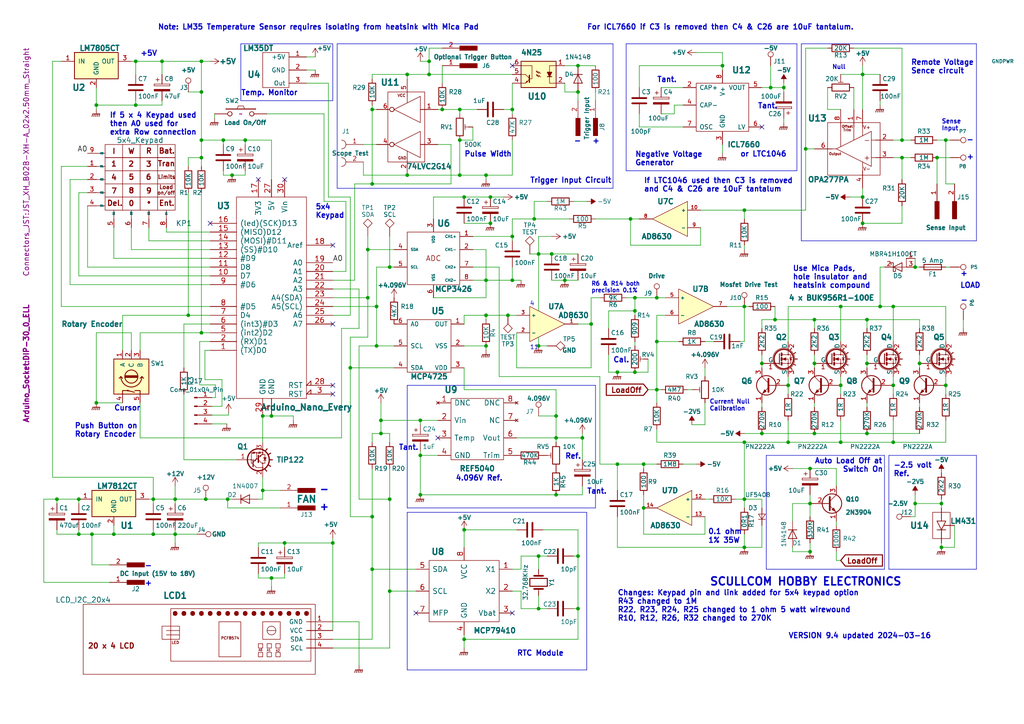
<source format=kicad_sch>
(kicad_sch
	(version 20231120)
	(generator "eeschema")
	(generator_version "8.0")
	(uuid "c0dab339-7200-490f-9e31-c88351ec25c5")
	(paper "A4")
	(title_block
		(title "ELECTRONIC DC LOAD (Nextion Version)")
		(date "2024-03-16")
		(rev "9.4")
		(company "Sweproj")
	)
	
	(junction
		(at 109.22 88.9)
		(diameter 0)
		(color 0 0 0 0)
		(uuid "009bea40-c6ab-4382-a7a7-5dd249f2666d")
	)
	(junction
		(at 142.24 64.77)
		(diameter 0)
		(color 0 0 0 0)
		(uuid "00fb6e88-9957-4c77-814d-fd9f1b51886b")
	)
	(junction
		(at 250.19 64.77)
		(diameter 0)
		(color 0 0 0 0)
		(uuid "043db40c-287d-4e83-80a3-5ad4c28cf681")
	)
	(junction
		(at 107.95 31.75)
		(diameter 0)
		(color 0 0 0 0)
		(uuid "046928e4-3f12-410f-b917-7ed1f7fc39f4")
	)
	(junction
		(at 251.46 125.73)
		(diameter 0)
		(color 0 0 0 0)
		(uuid "0d3d59f9-d781-4dbb-a361-ee857443e67d")
	)
	(junction
		(at 147.32 91.44)
		(diameter 0)
		(color 0 0 0 0)
		(uuid "0e882e62-5132-4e7f-b84a-b6c534d4131a")
	)
	(junction
		(at 234.95 146.05)
		(diameter 0)
		(color 0 0 0 0)
		(uuid "0e95e749-79d5-49bc-83b9-b6722752a31c")
	)
	(junction
		(at 78.74 120.65)
		(diameter 0)
		(color 0 0 0 0)
		(uuid "0ffe88c0-49e0-4352-9422-6f913a756c26")
	)
	(junction
		(at 71.12 40.64)
		(diameter 0)
		(color 0 0 0 0)
		(uuid "13a5470a-a5bf-42ff-a8ef-8cddc76647de")
	)
	(junction
		(at 106.68 72.39)
		(diameter 0)
		(color 0 0 0 0)
		(uuid "16c9ee7c-2f8b-4e00-b462-ebcd0d77ee79")
	)
	(junction
		(at 121.92 132.08)
		(diameter 0)
		(color 0 0 0 0)
		(uuid "193f888c-eb83-480e-bafd-7ef74e000293")
	)
	(junction
		(at 228.6 128.27)
		(diameter 0)
		(color 0 0 0 0)
		(uuid "1a011365-fd33-4fb1-8475-de570a234a15")
	)
	(junction
		(at 227.33 25.4)
		(diameter 0)
		(color 0 0 0 0)
		(uuid "1b6e421d-6d66-4cd0-9686-2a3775cd8ec5")
	)
	(junction
		(at 265.43 146.05)
		(diameter 0)
		(color 0 0 0 0)
		(uuid "1c257544-6587-4280-a5c5-ffe2fa538d4e")
	)
	(junction
		(at 156.21 100.33)
		(diameter 0)
		(color 0 0 0 0)
		(uuid "1c466665-ae42-4b17-9f4c-799148343285")
	)
	(junction
		(at 251.46 105.41)
		(diameter 0)
		(color 0 0 0 0)
		(uuid "1d730dd2-6b53-4b3c-ad53-ab310b2d3681")
	)
	(junction
		(at 154.94 63.5)
		(diameter 0)
		(color 0 0 0 0)
		(uuid "1ec3e635-a495-4904-85b9-a3a780a2d1dd")
	)
	(junction
		(at 54.61 91.44)
		(diameter 0)
		(color 0 0 0 0)
		(uuid "25548eb7-cf89-4f85-9257-d398970fc274")
	)
	(junction
		(at 259.08 88.9)
		(diameter 0)
		(color 0 0 0 0)
		(uuid "25af3824-4776-436e-9355-7fe05d29eeac")
	)
	(junction
		(at 148.59 81.28)
		(diameter 0)
		(color 0 0 0 0)
		(uuid "260e9ca8-a301-4edd-a5cd-45fb4ccf2d93")
	)
	(junction
		(at 142.24 57.15)
		(diameter 0)
		(color 0 0 0 0)
		(uuid "27dd389d-cc8f-4521-803d-09076bfbfd31")
	)
	(junction
		(at 251.46 92.71)
		(diameter 0)
		(color 0 0 0 0)
		(uuid "2aac4000-eb64-4234-bbc1-a8bbf9e75903")
	)
	(junction
		(at 107.95 165.1)
		(diameter 0)
		(color 0 0 0 0)
		(uuid "2ae17159-1c24-4f88-8d64-c77c873261b7")
	)
	(junction
		(at 140.97 50.8)
		(diameter 0)
		(color 0 0 0 0)
		(uuid "2b1a7aaa-7eda-4e38-8f56-3f4195eefc45")
	)
	(junction
		(at 39.37 17.78)
		(diameter 0)
		(color 0 0 0 0)
		(uuid "2de04134-4830-498c-869a-a37e08ba1697")
	)
	(junction
		(at 215.9 158.75)
		(diameter 0)
		(color 0 0 0 0)
		(uuid "2ef493ef-82e3-4755-af9d-8828ead400a0")
	)
	(junction
		(at 184.15 86.36)
		(diameter 0)
		(color 0 0 0 0)
		(uuid "30c09667-0302-4fa1-81fb-f3c27641db29")
	)
	(junction
		(at 96.52 157.48)
		(diameter 0)
		(color 0 0 0 0)
		(uuid "320672db-338e-48f4-bff3-8e249c3de089")
	)
	(junction
		(at 134.62 57.15)
		(diameter 0)
		(color 0 0 0 0)
		(uuid "330b5758-6456-46f4-9dd0-7bf7fafed021")
	)
	(junction
		(at 133.35 40.64)
		(diameter 0)
		(color 0 0 0 0)
		(uuid "35199ee0-8338-47f8-9739-7dc4d8bd8703")
	)
	(junction
		(at 140.97 81.28)
		(diameter 0)
		(color 0 0 0 0)
		(uuid "3579fe29-d5bf-496e-abc0-d9f636a58c6d")
	)
	(junction
		(at 168.91 127)
		(diameter 0)
		(color 0 0 0 0)
		(uuid "35bfb68a-11a4-4943-b497-c94fa120f2c4")
	)
	(junction
		(at 190.5 99.06)
		(diameter 0)
		(color 0 0 0 0)
		(uuid "3948a9e6-2f72-490b-83f7-4e16a32533ba")
	)
	(junction
		(at 171.45 93.98)
		(diameter 0)
		(color 0 0 0 0)
		(uuid "3ab97619-d799-4ce2-9195-2e593318877f")
	)
	(junction
		(at 228.6 111.76)
		(diameter 0)
		(color 0 0 0 0)
		(uuid "3df618dc-5886-4d8a-be4d-d7a1dc32080f")
	)
	(junction
		(at 107.95 53.34)
		(diameter 0)
		(color 0 0 0 0)
		(uuid "3e3b3548-1bb3-4316-aa3e-1fdeee419fdf")
	)
	(junction
		(at 67.31 50.8)
		(diameter 0)
		(color 0 0 0 0)
		(uuid "3f9e796c-35fc-4866-83c2-fd9e6bdac9cc")
	)
	(junction
		(at 167.64 26.67)
		(diameter 0)
		(color 0 0 0 0)
		(uuid "3fe158b5-396a-496c-8a88-272565e18f8e")
	)
	(junction
		(at 261.62 45.72)
		(diameter 0)
		(color 0 0 0 0)
		(uuid "4003e2ec-9ada-45b0-b60b-79f30d6400f8")
	)
	(junction
		(at 78.74 167.64)
		(diameter 0)
		(color 0 0 0 0)
		(uuid "43561682-7cde-486a-8a6e-af38641b3ef5")
	)
	(junction
		(at 160.02 73.66)
		(diameter 0)
		(color 0 0 0 0)
		(uuid "43c32df4-6b08-47ec-bdef-f40f3ebaf092")
	)
	(junction
		(at 186.69 134.62)
		(diameter 0)
		(color 0 0 0 0)
		(uuid "43e987a3-f0da-4c26-8a1b-c3b00bbc25bb")
	)
	(junction
		(at 22.86 144.78)
		(diameter 0)
		(color 0 0 0 0)
		(uuid "464aab46-83d1-4ab4-8e02-507e643667f3")
	)
	(junction
		(at 133.35 50.8)
		(diameter 0)
		(color 0 0 0 0)
		(uuid "46f71863-1765-4bd5-a1a1-d9fb4cdf0d18")
	)
	(junction
		(at 26.67 154.94)
		(diameter 0)
		(color 0 0 0 0)
		(uuid "4c3d2df7-2e21-4c28-9cb9-e16adf22822c")
	)
	(junction
		(at 46.99 17.78)
		(diameter 0)
		(color 0 0 0 0)
		(uuid "4e5a5728-d993-46b4-9b74-420d8addcae5")
	)
	(junction
		(at 58.42 17.78)
		(diameter 0)
		(color 0 0 0 0)
		(uuid "4f679ba5-ad65-4915-81a2-5cbf282fa84b")
	)
	(junction
		(at 58.42 26.67)
		(diameter 0)
		(color 0 0 0 0)
		(uuid "531c1c25-0d77-4106-87e0-ced2f1fcf4cb")
	)
	(junction
		(at 82.55 157.48)
		(diameter 0)
		(color 0 0 0 0)
		(uuid "55364418-2b83-4724-9144-19ec162a8a68")
	)
	(junction
		(at 39.37 30.48)
		(diameter 0)
		(color 0 0 0 0)
		(uuid "5d16569d-0640-4d1a-a265-2eefc197135d")
	)
	(junction
		(at 16.51 144.78)
		(diameter 0)
		(color 0 0 0 0)
		(uuid "5d9b17b7-d96a-45f5-8ad5-bf5880ffb73c")
	)
	(junction
		(at 133.35 31.75)
		(diameter 0)
		(color 0 0 0 0)
		(uuid "6261075b-95fc-41b1-8f10-ac3806dc3288")
	)
	(junction
		(at 44.45 144.78)
		(diameter 0)
		(color 0 0 0 0)
		(uuid "64c664cd-9236-48cb-9e9a-3475ec30f13c")
	)
	(junction
		(at 236.22 92.71)
		(diameter 0)
		(color 0 0 0 0)
		(uuid "64d7989c-238f-4758-b54b-02927958aa46")
	)
	(junction
		(at 59.69 144.78)
		(diameter 0)
		(color 0 0 0 0)
		(uuid "6ada5624-1423-4b84-b9b6-42d797182f14")
	)
	(junction
		(at 234.95 135.89)
		(diameter 0)
		(color 0 0 0 0)
		(uuid "70b5e439-57fb-44af-adda-a1d09d371774")
	)
	(junction
		(at 190.5 113.03)
		(diameter 0)
		(color 0 0 0 0)
		(uuid "7114de93-a4df-4a97-964b-6d032efa413f")
	)
	(junction
		(at 261.62 40.64)
		(diameter 0)
		(color 0 0 0 0)
		(uuid "73bb412e-6275-4cf1-a87d-8c5b344e7d4f")
	)
	(junction
		(at 184.15 107.95)
		(diameter 0)
		(color 0 0 0 0)
		(uuid "76a821bc-6a6c-4c89-9de7-1253f63a8daf")
	)
	(junction
		(at 106.68 86.36)
		(diameter 0)
		(color 0 0 0 0)
		(uuid "76f21600-8aae-4a32-b88b-02fe46f77e7f")
	)
	(junction
		(at 50.8 144.78)
		(diameter 0)
		(color 0 0 0 0)
		(uuid "77c6d049-b351-4050-8084-df8dedd94d69")
	)
	(junction
		(at 250.19 21.59)
		(diameter 0)
		(color 0 0 0 0)
		(uuid "781efaec-1a4b-46b2-9b1b-934d7102bb5e")
	)
	(junction
		(at 148.59 31.75)
		(diameter 0)
		(color 0 0 0 0)
		(uuid "78bfed4e-78f3-45d2-90ea-8f2a561a7e3a")
	)
	(junction
		(at 167.64 19.05)
		(diameter 0)
		(color 0 0 0 0)
		(uuid "7909fd16-996f-48c3-9d6f-4d93536289a6")
	)
	(junction
		(at 236.22 105.41)
		(diameter 0)
		(color 0 0 0 0)
		(uuid "799dd07a-b64e-40fe-b325-d366ad7d9487")
	)
	(junction
		(at 233.68 43.18)
		(diameter 0)
		(color 0 0 0 0)
		(uuid "7a6b95c3-5629-43d9-b098-febfd0bf619c")
	)
	(junction
		(at 101.6 106.68)
		(diameter 0)
		(color 0 0 0 0)
		(uuid "7c027495-c841-4a35-9ce1-778f0f565272")
	)
	(junction
		(at 271.78 45.72)
		(diameter 0)
		(color 0 0 0 0)
		(uuid "7c110c51-940f-4531-a6cb-8924e160e5b1")
	)
	(junction
		(at 50.8 154.94)
		(diameter 0)
		(color 0 0 0 0)
		(uuid "7ec128a6-2edd-4dc5-b50f-42f0d92afb8f")
	)
	(junction
		(at 118.11 21.59)
		(diameter 0)
		(color 0 0 0 0)
		(uuid "7f402294-1249-469c-8ef1-67240412ba1c")
	)
	(junction
		(at 110.49 121.92)
		(diameter 0)
		(color 0 0 0 0)
		(uuid "7f6af2f4-311d-4459-a10f-88853eee44f9")
	)
	(junction
		(at 107.95 149.86)
		(diameter 0)
		(color 0 0 0 0)
		(uuid "8028652b-52c4-44b8-830c-b0ada5fac244")
	)
	(junction
		(at 215.9 88.9)
		(diameter 0)
		(color 0 0 0 0)
		(uuid "80d98550-c159-4d91-8e64-ea28f5344858")
	)
	(junction
		(at 259.08 111.76)
		(diameter 0)
		(color 0 0 0 0)
		(uuid "8359ffb0-909c-48a1-bd21-61dd5cafbf74")
	)
	(junction
		(at 224.79 92.71)
		(diameter 0)
		(color 0 0 0 0)
		(uuid "84fb1374-92e0-4b93-b475-1d7a4b3006dc")
	)
	(junction
		(at 76.2 120.65)
		(diameter 0)
		(color 0 0 0 0)
		(uuid "883a1659-cbb5-4b59-95a9-baacf75b239a")
	)
	(junction
		(at 58.42 40.64)
		(diameter 0)
		(color 0 0 0 0)
		(uuid "893a403b-48fb-442c-aa1c-c8e11365b71a")
	)
	(junction
		(at 113.03 144.78)
		(diameter 0)
		(color 0 0 0 0)
		(uuid "89c3d47f-b387-4abf-a34f-1c872eb1a381")
	)
	(junction
		(at 33.02 154.94)
		(diameter 0)
		(color 0 0 0 0)
		(uuid "89e12670-0f4c-45c7-a4a3-58a6771b0aeb")
	)
	(junction
		(at 148.59 68.58)
		(diameter 0)
		(color 0 0 0 0)
		(uuid "8d1bca80-3076-437f-935e-c3e4aa5eaacd")
	)
	(junction
		(at 220.98 125.73)
		(diameter 0)
		(color 0 0 0 0)
		(uuid "905040a0-c622-4102-81da-7dc3dc45e40a")
	)
	(junction
		(at 140.97 91.44)
		(diameter 0)
		(color 0 0 0 0)
		(uuid "912aa542-0aa5-41b0-b504-37318fd477fd")
	)
	(junction
		(at 156.21 176.53)
		(diameter 0)
		(color 0 0 0 0)
		(uuid "91aea0c4-f8c2-4ffa-b0b8-fe8e6379fb62")
	)
	(junction
		(at 243.84 128.27)
		(diameter 0)
		(color 0 0 0 0)
		(uuid "950d3005-4848-4a26-83ed-7a87f529cb90")
	)
	(junction
		(at 27.94 116.84)
		(diameter 0)
		(color 0 0 0 0)
		(uuid "95ba4fa6-f488-4ec7-b8c6-65d4f2b751ec")
	)
	(junction
		(at 243.84 111.76)
		(diameter 0)
		(color 0 0 0 0)
		(uuid "984ac4b0-da5e-40ee-a849-d2e0e088dc9b")
	)
	(junction
		(at 215.9 60.96)
		(diameter 0)
		(color 0 0 0 0)
		(uuid "9bb0b1f5-2c29-4cdc-ad47-6e8499a1af4c")
	)
	(junction
		(at 161.29 120.65)
		(diameter 0)
		(color 0 0 0 0)
		(uuid "9bf3db7d-8019-4ace-8357-ec07625ba74b")
	)
	(junction
		(at 223.52 25.4)
		(diameter 0)
		(color 0 0 0 0)
		(uuid "9cedade0-e620-4736-8d8f-aef3bf85eb39")
	)
	(junction
		(at 236.22 125.73)
		(diameter 0)
		(color 0 0 0 0)
		(uuid "9ee38a63-dda3-48e9-962a-889290213042")
	)
	(junction
		(at 266.7 105.41)
		(diameter 0)
		(color 0 0 0 0)
		(uuid "9f4246d0-c769-46f7-94a3-3f096450cd1a")
	)
	(junction
		(at 64.77 40.64)
		(diameter 0)
		(color 0 0 0 0)
		(uuid "a5a87e35-cfe1-49cd-babe-ed7f20151010")
	)
	(junction
		(at 179.07 107.95)
		(diameter 0)
		(color 0 0 0 0)
		(uuid "aac1ca05-89e7-4da0-858e-61c91b7a858a")
	)
	(junction
		(at 113.03 171.45)
		(diameter 0)
		(color 0 0 0 0)
		(uuid "abf6be8b-a944-444e-a1ef-9e253d16e579")
	)
	(junction
		(at 76.2 142.24)
		(diameter 0)
		(color 0 0 0 0)
		(uuid "b07eed38-4aa8-41a7-a517-9592ed213380")
	)
	(junction
		(at 220.98 105.41)
		(diameter 0)
		(color 0 0 0 0)
		(uuid "b1d50295-428b-451f-a0ce-080fedc18480")
	)
	(junction
		(at 215.9 128.27)
		(diameter 0)
		(color 0 0 0 0)
		(uuid "b1f3a4ca-1cec-4bac-89ac-74edc6304324")
	)
	(junction
		(at 161.29 143.51)
		(diameter 0)
		(color 0 0 0 0)
		(uuid "b28a49df-e5dc-42cb-9c7d-892941db4916")
	)
	(junction
		(at 66.04 144.78)
		(diameter 0)
		(color 0 0 0 0)
		(uuid "b2d86c8a-8391-4d5f-8f5b-74d078e33e2d")
	)
	(junction
		(at 273.05 146.05)
		(diameter 0)
		(color 0 0 0 0)
		(uuid "b5682b6e-85b8-432d-aca0-c6f2fab29ccc")
	)
	(junction
		(at 58.42 96.52)
		(diameter 0)
		(color 0 0 0 0)
		(uuid "b64a61db-5f86-4fa5-8602-c178676bf95f")
	)
	(junction
		(at 156.21 161.29)
		(diameter 0)
		(color 0 0 0 0)
		(uuid "b833042a-0213-473a-af3e-8ed0ea49fa24")
	)
	(junction
		(at 163.83 81.28)
		(diameter 0)
		(color 0 0 0 0)
		(uuid "bb5a4e9f-6ca1-4d94-af8b-56497fded188")
	)
	(junction
		(at 243.84 88.9)
		(diameter 0)
		(color 0 0 0 0)
		(uuid "bdb48397-723f-4199-b7f2-e647ce60e5cb")
	)
	(junction
		(at 167.64 176.53)
		(diameter 0)
		(color 0 0 0 0)
		(uuid "bfc2199e-89d6-44b4-924c-0bc53c383796")
	)
	(junction
		(at 27.94 30.48)
		(diameter 0)
		(color 0 0 0 0)
		(uuid "bfd75984-f4ac-454f-ae45-f2046d05a899")
	)
	(junction
		(at 124.46 17.78)
		(diameter 0)
		(color 0 0 0 0)
		(uuid "c2cdd97d-4f0d-4eee-ba0d-a51ed0455be3")
	)
	(junction
		(at 179.07 134.62)
		(diameter 0)
		(color 0 0 0 0)
		(uuid "c3128882-4a86-45d7-b4c0-c84e155a6702")
	)
	(junction
		(at 186.69 147.32)
		(diameter 0)
		(color 0 0 0 0)
		(uuid "c353b7c7-b808-40d8-864b-73c8616d937d")
	)
	(junction
		(at 184.15 90.17)
		(diameter 0)
		(color 0 0 0 0)
		(uuid "c71fea52-466d-4e93-8345-ac59c2db2e3c")
	)
	(junction
		(at 255.27 88.9)
		(diameter 0)
		(color 0 0 0 0)
		(uuid "c8946769-4601-42f4-b6d0-5b408564c57e")
	)
	(junction
		(at 22.86 154.94)
		(diameter 0)
		(color 0 0 0 0)
		(uuid "c9e806da-7940-4f1e-b7b5-24ea41d02926")
	)
	(junction
		(at 118.11 50.8)
		(diameter 0)
		(color 0 0 0 0)
		(uuid "ccd3e10d-0079-4aa5-8d1b-d46595826a5c")
	)
	(junction
		(at 190.5 86.36)
		(diameter 0)
		(color 0 0 0 0)
		(uuid "cd2baa7c-6b1a-4ef2-98c0-fb630903b25e")
	)
	(junction
		(at 113.03 77.47)
		(diameter 0)
		(color 0 0 0 0)
		(uuid "cf6a5164-82d1-4ecb-a30e-ac7e0e989702")
	)
	(junction
		(at 182.88 63.5)
		(diameter 0)
		(color 0 0 0 0)
		(uuid "d073beb0-8f0f-48c2-b582-f01ec8857307")
	)
	(junction
		(at 259.08 128.27)
		(diameter 0)
		(color 0 0 0 0)
		(uuid "d1d01b2a-dc05-4c56-a568-a8aefc49b2bf")
	)
	(junction
		(at 274.32 111.76)
		(diameter 0)
		(color 0 0 0 0)
		(uuid "d2a81043-1f62-4d08-8080-ca42d08f562d")
	)
	(junction
		(at 273.05 158.75)
		(diameter 0)
		(color 0 0 0 0)
		(uuid "d2ce0779-5c74-45b5-8da2-641d254573c1")
	)
	(junction
		(at 121.92 121.92)
		(diameter 0)
		(color 0 0 0 0)
		(uuid "d46aa0fb-5056-4ff8-ba4c-acdb6305ce61")
	)
	(junction
		(at 134.62 185.42)
		(diameter 0)
		(color 0 0 0 0)
		(uuid "d6dab610-a16e-42e6-a97d-7168f043e47a")
	)
	(junction
		(at 121.92 143.51)
		(diameter 0)
		(color 0 0 0 0)
		(uuid "d71e1fc8-b8be-4fc9-9cf2-d776140a50e4")
	)
	(junction
		(at 128.27 31.75)
		(diameter 0)
		(color 0 0 0 0)
		(uuid "d7a9d838-73f4-4cc5-ba54-b6edc44f4845")
	)
	(junction
		(at 109.22 100.33)
		(diameter 0)
		(color 0 0 0 0)
		(uuid "de3ac1fe-57b1-4503-854b-fce1e562c7f8")
	)
	(junction
		(at 156.21 73.66)
		(diameter 0)
		(color 0 0 0 0)
		(uuid "decfa39b-da9d-4c71-adac-69c5c3a268ec")
	)
	(junction
		(at 234.95 160.02)
		(diameter 0)
		(color 0 0 0 0)
		(uuid "e2ebbfe7-dc72-4111-a4b7-88f6f6212644")
	)
	(junction
		(at 209.55 19.05)
		(diameter 0)
		(color 0 0 0 0)
		(uuid "e7e77ec6-b403-4fdd-a10d-651a4264d0c1")
	)
	(junction
		(at 124.46 21.59)
		(diameter 0)
		(color 0 0 0 0)
		(uuid "e87f0d60-0d81-450a-a141-7e0eb926c066")
	)
	(junction
		(at 274.32 40.64)
		(diameter 0)
		(color 0 0 0 0)
		(uuid "e8acbc82-d3a7-424c-b943-72f6d1051699")
	)
	(junction
		(at 44.45 154.94)
		(diameter 0)
		(color 0 0 0 0)
		(uuid "e92c4eb0-2da3-4ef8-b4f7-36acce59d330")
	)
	(junction
		(at 215.9 144.78)
		(diameter 0)
		(color 0 0 0 0)
		(uuid "ea0a27fb-0415-46db-92be-d7202d096b3c")
	)
	(junction
		(at 140.97 100.33)
		(diameter 0)
		(color 0 0 0 0)
		(uuid "eb7e15f9-c8ef-4c21-ab28-fe20a3e5cf05")
	)
	(junction
		(at 265.43 77.47)
		(diameter 0)
		(color 0 0 0 0)
		(uuid "ed4d9104-0964-422e-aa5e-6acb5fc342ac")
	)
	(junction
		(at 134.62 153.67)
		(diameter 0)
		(color 0 0 0 0)
		(uuid "efdbfe55-6e44-4f9f-aef2-c02672930186")
	)
	(junction
		(at 167.64 161.29)
		(diameter 0)
		(color 0 0 0 0)
		(uuid "f29d0244-ae0b-44eb-9d1e-38085dd15e88")
	)
	(junction
		(at 110.49 125.73)
		(diameter 0)
		(color 0 0 0 0)
		(uuid "f33e70d5-c0a1-4c30-b95e-366fa3112056")
	)
	(junction
		(at 161.29 127)
		(diameter 0)
		(color 0 0 0 0)
		(uuid "f58aea28-c32d-4a70-814c-5ecd838a0997")
	)
	(junction
		(at 58.42 45.72)
		(diameter 0)
		(color 0 0 0 0)
		(uuid "f9a9d57d-7662-4480-ad78-ca862f6b1fa0")
	)
	(junction
		(at 250.19 57.15)
		(diameter 0)
		(color 0 0 0 0)
		(uuid "fb6aa4b5-01ca-4d23-82b4-5166a3e596f8")
	)
	(no_connect
		(at 120.65 177.8)
		(uuid "01047da9-f2c6-4d93-98fa-fa554f8fe108")
	)
	(no_connect
		(at 96.52 111.76)
		(uuid "0c772643-7ffd-40fa-9e62-cb1694285d28")
	)
	(no_connect
		(at 96.52 114.3)
		(uuid "34289381-5c53-45bf-8853-c7cbfc64b58d")
	)
	(no_connect
		(at 60.96 64.77)
		(uuid "3c819d6c-cf2e-47e2-a663-6312f66cef65")
	)
	(no_connect
		(at 148.59 19.05)
		(uuid "60f5c9f1-12d2-4831-b511-a10e64da354c")
	)
	(no_connect
		(at 148.59 177.8)
		(uuid "644e52d4-12d5-42b3-8701-3064dc3d3e49")
	)
	(no_connect
		(at 74.93 52.07)
		(uuid "6f14970b-8839-4294-9f21-ad7275ad93a3")
	)
	(no_connect
		(at 96.52 93.98)
		(uuid "7ab388f3-70a8-47db-88e0-def29ca34aa1")
	)
	(no_connect
		(at 220.98 36.83)
		(uuid "cf67e4cc-95b1-4520-8659-3889aca40a73")
	)
	(no_connect
		(at 127 127)
		(uuid "e7ca6cf4-d7cc-42fb-8577-8af262adc607")
	)
	(no_connect
		(at 82.55 52.07)
		(uuid "eed20f01-d1cb-4489-90fe-78586f7793f1")
	)
	(no_connect
		(at 96.52 71.12)
		(uuid "f4d10758-5fe2-4d33-b6be-8abb4f0ce661")
	)
	(wire
		(pts
			(xy 82.55 167.64) (xy 82.55 166.37)
		)
		(stroke
			(width 0)
			(type default)
		)
		(uuid "008a0ccf-ced2-48fc-9583-c4c8ebbcd538")
	)
	(wire
		(pts
			(xy 184.15 86.36) (xy 190.5 86.36)
		)
		(stroke
			(width 0)
			(type default)
		)
		(uuid "012fd9ad-dc2c-4b30-b2bd-f28f555aba10")
	)
	(wire
		(pts
			(xy 259.08 40.64) (xy 261.62 40.64)
		)
		(stroke
			(width 0)
			(type default)
		)
		(uuid "013630e5-69a8-4eea-b287-ab725b7ddf8c")
	)
	(wire
		(pts
			(xy 243.84 162.56) (xy 242.57 162.56)
		)
		(stroke
			(width 0)
			(type default)
		)
		(uuid "01798979-7c8b-4bb3-b90d-3744d2283096")
	)
	(wire
		(pts
			(xy 27.94 30.48) (xy 39.37 30.48)
		)
		(stroke
			(width 0)
			(type default)
		)
		(uuid "01fc209d-0b0b-4e0b-8496-00b52250ae75")
	)
	(wire
		(pts
			(xy 204.47 154.94) (xy 204.47 149.86)
		)
		(stroke
			(width 0)
			(type default)
		)
		(uuid "024c5d22-5429-4742-b1b9-61476f22830e")
	)
	(wire
		(pts
			(xy 157.48 153.67) (xy 167.64 153.67)
		)
		(stroke
			(width 0)
			(type default)
		)
		(uuid "026f8f4c-73b5-4207-b542-9a24e56b52df")
	)
	(wire
		(pts
			(xy 134.62 113.03) (xy 161.29 113.03)
		)
		(stroke
			(width 0)
			(type default)
		)
		(uuid "0293807d-f40c-44b4-ba03-a8aeb451354c")
	)
	(wire
		(pts
			(xy 99.06 95.25) (xy 104.14 95.25)
		)
		(stroke
			(width 0)
			(type default)
		)
		(uuid "0294c937-07bc-4d7b-a757-6db2f0c48493")
	)
	(wire
		(pts
			(xy 134.62 57.15) (xy 142.24 57.15)
		)
		(stroke
			(width 0)
			(type default)
		)
		(uuid "02c90aec-8a90-4c02-ae89-57270da350cf")
	)
	(wire
		(pts
			(xy 96.52 78.74) (xy 100.33 78.74)
		)
		(stroke
			(width 0)
			(type default)
		)
		(uuid "0320b82a-a152-4294-9f5f-d4e1f255b1e8")
	)
	(wire
		(pts
			(xy 107.95 165.1) (xy 107.95 185.42)
		)
		(stroke
			(width 0)
			(type default)
		)
		(uuid "0321f1c0-7c13-43c0-8f44-b09f711b10fe")
	)
	(wire
		(pts
			(xy 64.77 40.64) (xy 71.12 40.64)
		)
		(stroke
			(width 0)
			(type default)
		)
		(uuid "038a9c7a-9b6f-4250-97dc-64006c0a4ab1")
	)
	(wire
		(pts
			(xy 38.1 17.78) (xy 39.37 17.78)
		)
		(stroke
			(width 0)
			(type default)
		)
		(uuid "03b21e96-14b6-4625-b81f-dd30052b542a")
	)
	(wire
		(pts
			(xy 100.33 78.74) (xy 100.33 58.42)
		)
		(stroke
			(width 0)
			(type default)
		)
		(uuid "03d60a02-443a-4039-a26c-a031cd45f02a")
	)
	(wire
		(pts
			(xy 265.43 146.05) (xy 265.43 149.86)
		)
		(stroke
			(width 0)
			(type default)
		)
		(uuid "03e59f4a-571c-471c-9616-77cfd2fcf4ef")
	)
	(wire
		(pts
			(xy 26.67 154.94) (xy 26.67 163.83)
		)
		(stroke
			(width 0)
			(type default)
		)
		(uuid "043ad369-3f3c-4fe7-af01-21782320683e")
	)
	(wire
		(pts
			(xy 134.62 64.77) (xy 142.24 64.77)
		)
		(stroke
			(width 0)
			(type default)
		)
		(uuid "04d0475c-8a34-4140-bdd1-cb85b1b6404b")
	)
	(wire
		(pts
			(xy 156.21 176.53) (xy 158.75 176.53)
		)
		(stroke
			(width 0)
			(type default)
		)
		(uuid "05126fbd-813b-4e10-a134-39b975b852fb")
	)
	(wire
		(pts
			(xy 233.68 60.96) (xy 233.68 43.18)
		)
		(stroke
			(width 0)
			(type default)
		)
		(uuid "060d206e-005c-49f6-af75-f905b6fda945")
	)
	(wire
		(pts
			(xy 250.19 19.05) (xy 250.19 21.59)
		)
		(stroke
			(width 0)
			(type default)
		)
		(uuid "07c7f641-e574-4abe-814f-fb8a3925fa59")
	)
	(wire
		(pts
			(xy 78.74 170.18) (xy 78.74 167.64)
		)
		(stroke
			(width 0)
			(type default)
		)
		(uuid "0866bde1-ed28-427d-a2a7-13350be9e4db")
	)
	(wire
		(pts
			(xy 38.1 72.39) (xy 60.96 72.39)
		)
		(stroke
			(width 0)
			(type default)
		)
		(uuid "0870a35b-fe51-4bdc-a79c-ee2395d072b6")
	)
	(wire
		(pts
			(xy 149.86 127) (xy 161.29 127)
		)
		(stroke
			(width 0)
			(type default)
		)
		(uuid "087dd7a4-3cde-422d-a83b-d34d0d0b77f2")
	)
	(wire
		(pts
			(xy 27.94 96.52) (xy 38.1 96.52)
		)
		(stroke
			(width 0)
			(type default)
		)
		(uuid "0962cb1b-7b7f-4aec-a3b6-708209a0ee8c")
	)
	(wire
		(pts
			(xy 46.99 17.78) (xy 58.42 17.78)
		)
		(stroke
			(width 0)
			(type default)
		)
		(uuid "09b167c8-5b32-4bd2-abe4-72a62290c6f3")
	)
	(wire
		(pts
			(xy 148.59 171.45) (xy 151.13 171.45)
		)
		(stroke
			(width 0)
			(type default)
		)
		(uuid "0a31ae08-6ef3-4c02-bc39-f65c84a4be5a")
	)
	(wire
		(pts
			(xy 64.77 49.53) (xy 64.77 50.8)
		)
		(stroke
			(width 0)
			(type default)
		)
		(uuid "0a554411-5195-4918-88b1-5eff501a3525")
	)
	(wire
		(pts
			(xy 54.61 45.72) (xy 54.61 48.26)
		)
		(stroke
			(width 0)
			(type default)
		)
		(uuid "0ae3b54f-94d4-4c90-8a0e-5679dca57ebf")
	)
	(wire
		(pts
			(xy 140.97 81.28) (xy 148.59 81.28)
		)
		(stroke
			(width 0)
			(type default)
		)
		(uuid "0c0134c9-f5ca-420d-ac1f-b0df90c8e6ce")
	)
	(wire
		(pts
			(xy 59.436 101.6) (xy 59.436 110.109)
		)
		(stroke
			(width 0)
			(type default)
		)
		(uuid "0c40a665-b7a8-4c27-ba28-b115e285a68e")
	)
	(wire
		(pts
			(xy 233.68 13.97) (xy 240.03 13.97)
		)
		(stroke
			(width 0)
			(type default)
		)
		(uuid "0cdc33a7-6b20-4f87-bb0b-eb26467cc363")
	)
	(wire
		(pts
			(xy 176.53 102.87) (xy 176.53 107.95)
		)
		(stroke
			(width 0)
			(type default)
		)
		(uuid "0d3095c7-cf94-44f5-b0e9-817382490fb5")
	)
	(wire
		(pts
			(xy 236.22 92.71) (xy 236.22 95.25)
		)
		(stroke
			(width 0)
			(type default)
		)
		(uuid "0da970f4-eb2a-4b99-ae58-73afaca5c9a3")
	)
	(wire
		(pts
			(xy 243.84 88.9) (xy 243.84 99.06)
		)
		(stroke
			(width 0)
			(type default)
		)
		(uuid "0dd2487b-8ba4-4128-814c-1934fe1bf2f4")
	)
	(wire
		(pts
			(xy 134.62 153.67) (xy 149.86 153.67)
		)
		(stroke
			(width 0)
			(type default)
		)
		(uuid "0e3dc898-7cff-44b8-9ebc-4be177bda9e9")
	)
	(wire
		(pts
			(xy 203.2 71.12) (xy 203.2 66.04)
		)
		(stroke
			(width 0)
			(type default)
		)
		(uuid "0e4a3de1-a96f-4a68-ba87-fd8054a7fc0d")
	)
	(wire
		(pts
			(xy 74.93 158.75) (xy 74.93 157.48)
		)
		(stroke
			(width 0)
			(type default)
		)
		(uuid "0ecd1bd6-d3fc-43d4-87da-8850b57e5017")
	)
	(wire
		(pts
			(xy 274.32 53.34) (xy 274.32 40.64)
		)
		(stroke
			(width 0)
			(type default)
		)
		(uuid "0f4abc7e-bb18-4f62-a12c-aeaf0578efc9")
	)
	(wire
		(pts
			(xy 168.91 127) (xy 168.91 133.35)
		)
		(stroke
			(width 0)
			(type default)
		)
		(uuid "0fecad5f-1423-4d6e-b44a-eeaab1c2d23b")
	)
	(wire
		(pts
			(xy 109.22 77.47) (xy 113.03 77.47)
		)
		(stroke
			(width 0)
			(type default)
		)
		(uuid "10e5f66b-f74d-4c2d-85c8-e6b151e99129")
	)
	(wire
		(pts
			(xy 104.14 144.78) (xy 113.03 144.78)
		)
		(stroke
			(width 0)
			(type default)
		)
		(uuid "1197ed07-46f4-4d1d-8b3e-3890f68e7996")
	)
	(wire
		(pts
			(xy 78.74 40.64) (xy 78.74 52.07)
		)
		(stroke
			(width 0)
			(type default)
		)
		(uuid "1208fd02-3972-4483-8b9b-1b08cbe6b34d")
	)
	(wire
		(pts
			(xy 118.11 50.8) (xy 133.35 50.8)
		)
		(stroke
			(width 0)
			(type default)
		)
		(uuid "136d36cd-a116-4135-96f0-fe7233acc78e")
	)
	(wire
		(pts
			(xy 228.6 88.9) (xy 243.84 88.9)
		)
		(stroke
			(width 0)
			(type default)
		)
		(uuid "137ae3eb-3d1a-4e67-bb32-2391ee40e58b")
	)
	(wire
		(pts
			(xy 161.29 113.03) (xy 161.29 120.65)
		)
		(stroke
			(width 0)
			(type default)
		)
		(uuid "13dade52-04dd-4853-a7e1-1f17e6ffd4ba")
	)
	(wire
		(pts
			(xy 153.67 73.66) (xy 156.21 73.66)
		)
		(stroke
			(width 0)
			(type default)
		)
		(uuid "13f21f9f-6fe8-46df-95bf-b92b8e377476")
	)
	(polyline
		(pts
			(xy 283.21 69.85) (xy 232.41 69.85)
		)
		(stroke
			(width 0)
			(type default)
		)
		(uuid "146c52c1-7882-4ce7-a518-f9b8ea68234e")
	)
	(wire
		(pts
			(xy 201.93 15.24) (xy 209.55 15.24)
		)
		(stroke
			(width 0)
			(type default)
		)
		(uuid "147e390c-a478-46e8-bb5f-5d3a1f1c5325")
	)
	(wire
		(pts
			(xy 48.26 67.31) (xy 48.26 66.04)
		)
		(stroke
			(width 0)
			(type default)
		)
		(uuid "15062399-0f97-470a-9147-24024662ccef")
	)
	(wire
		(pts
			(xy 53.34 93.98) (xy 53.34 106.68)
		)
		(stroke
			(width 0)
			(type default)
		)
		(uuid "151baf58-5e6d-4d10-bd7e-b649d5ee70cb")
	)
	(wire
		(pts
			(xy 26.67 154.94) (xy 33.02 154.94)
		)
		(stroke
			(width 0)
			(type default)
		)
		(uuid "15e76eaa-8cfb-4c30-8031-16e7a2e78284")
	)
	(wire
		(pts
			(xy 209.55 15.24) (xy 209.55 19.05)
		)
		(stroke
			(width 0)
			(type default)
		)
		(uuid "1641c015-a606-449e-a4a6-03e38e1ce32c")
	)
	(wire
		(pts
			(xy 190.5 113.03) (xy 191.77 113.03)
		)
		(stroke
			(width 0)
			(type default)
		)
		(uuid "1642645f-5d7f-46ab-aab8-0815750c9ae7")
	)
	(wire
		(pts
			(xy 125.73 57.15) (xy 134.62 57.15)
		)
		(stroke
			(width 0)
			(type default)
		)
		(uuid "174a396b-d91d-4183-ba41-5d732755f850")
	)
	(wire
		(pts
			(xy 190.5 128.27) (xy 190.5 124.46)
		)
		(stroke
			(width 0)
			(type default)
		)
		(uuid "17a27887-39de-4631-ad5a-e1dd2873a534")
	)
	(wire
		(pts
			(xy 148.59 77.47) (xy 148.59 81.28)
		)
		(stroke
			(width 0)
			(type default)
		)
		(uuid "183d49eb-c375-483f-87fa-8e7313c8d20f")
	)
	(wire
		(pts
			(xy 137.16 77.47) (xy 144.78 77.47)
		)
		(stroke
			(width 0)
			(type default)
		)
		(uuid "184ed32b-739b-4343-a62c-6e9407979a26")
	)
	(wire
		(pts
			(xy 35.56 116.84) (xy 27.94 116.84)
		)
		(stroke
			(width 0)
			(type default)
		)
		(uuid "188f4801-bbe4-4b6b-a6c7-dc8e7c83a23e")
	)
	(wire
		(pts
			(xy 64.389 110.109) (xy 64.389 117.856)
		)
		(stroke
			(width 0)
			(type default)
		)
		(uuid "195a0b32-fa34-40e6-913f-a7fc82846917")
	)
	(wire
		(pts
			(xy 166.37 58.42) (xy 170.18 58.42)
		)
		(stroke
			(width 0)
			(type default)
		)
		(uuid "197a6829-423d-4f5a-9d50-944e97b34c80")
	)
	(wire
		(pts
			(xy 81.28 142.24) (xy 76.2 142.24)
		)
		(stroke
			(width 0)
			(type default)
		)
		(uuid "197bdcf7-849d-4f99-9a7e-b949185db393")
	)
	(wire
		(pts
			(xy 220.98 158.75) (xy 220.98 152.4)
		)
		(stroke
			(width 0)
			(type default)
		)
		(uuid "197d3591-bfde-4c14-92df-f9931999b9c3")
	)
	(wire
		(pts
			(xy 107.95 128.27) (xy 107.95 125.73)
		)
		(stroke
			(width 0)
			(type default)
		)
		(uuid "19916158-e838-4357-b911-fbcd16f6fd54")
	)
	(wire
		(pts
			(xy 53.34 114.3) (xy 53.34 133.35)
		)
		(stroke
			(width 0)
			(type default)
		)
		(uuid "19f137fb-8187-4240-8e0a-d25c7a8af9f9")
	)
	(wire
		(pts
			(xy 113.03 144.78) (xy 113.03 171.45)
		)
		(stroke
			(width 0)
			(type default)
		)
		(uuid "1a2ddedf-c323-4330-b1fc-bb675874ba7a")
	)
	(wire
		(pts
			(xy 78.74 120.65) (xy 85.09 120.65)
		)
		(stroke
			(width 0)
			(type default)
		)
		(uuid "1b2fec1d-a0b0-4c31-a008-5fd84ae8febc")
	)
	(wire
		(pts
			(xy 61.468 122.936) (xy 65.786 122.936)
		)
		(stroke
			(width 0)
			(type default)
		)
		(uuid "1b435e82-6bac-4663-b09e-f6e233a8cd45")
	)
	(wire
		(pts
			(xy 107.95 185.42) (xy 96.52 185.42)
		)
		(stroke
			(width 0)
			(type default)
		)
		(uuid "1c029097-051e-4526-b112-3f00c22507f1")
	)
	(wire
		(pts
			(xy 160.02 81.28) (xy 163.83 81.28)
		)
		(stroke
			(width 0)
			(type default)
		)
		(uuid "1c2d31b3-d2a7-413a-acda-351aebbbf3be")
	)
	(wire
		(pts
			(xy 33.02 74.93) (xy 60.96 74.93)
		)
		(stroke
			(width 0)
			(type default)
		)
		(uuid "1d24bf90-0190-4ef1-bbff-f97a1b342eb1")
	)
	(wire
		(pts
			(xy 144.78 77.47) (xy 144.78 109.22)
		)
		(stroke
			(width 0)
			(type default)
		)
		(uuid "1dfd5ae0-226f-42a9-ac61-238c2cf15c9b")
	)
	(polyline
		(pts
			(xy 118.11 148.59) (xy 170.18 148.59)
		)
		(stroke
			(width 0)
			(type default)
		)
		(uuid "1e988901-fb6a-4acd-b64f-ad4f7722c677")
	)
	(wire
		(pts
			(xy 259.08 109.22) (xy 259.08 111.76)
		)
		(stroke
			(width 0)
			(type default)
		)
		(uuid "1f11210d-f703-4ed9-8a0e-7e9cd8ad251a")
	)
	(wire
		(pts
			(xy 59.69 144.78) (xy 66.04 144.78)
		)
		(stroke
			(width 0)
			(type default)
		)
		(uuid "2010526c-e847-4109-9a10-d2b78e2e5cf0")
	)
	(wire
		(pts
			(xy 146.05 31.75) (xy 148.59 31.75)
		)
		(stroke
			(width 0)
			(type default)
		)
		(uuid "2072c882-362f-4074-9b86-12148673e3eb")
	)
	(wire
		(pts
			(xy 161.29 120.65) (xy 161.29 127)
		)
		(stroke
			(width 0)
			(type default)
		)
		(uuid "20a25c38-2230-4228-aa35-c95c7e91ccdc")
	)
	(wire
		(pts
			(xy 242.57 135.89) (xy 242.57 140.97)
		)
		(stroke
			(width 0)
			(type default)
		)
		(uuid "2211411a-9de8-42df-88a6-183266f2df46")
	)
	(wire
		(pts
			(xy 101.6 149.86) (xy 107.95 149.86)
		)
		(stroke
			(width 0)
			(type default)
		)
		(uuid "222aee40-bc07-4f64-8ab9-0859e702ffaa")
	)
	(wire
		(pts
			(xy 167.64 26.67) (xy 167.64 29.21)
		)
		(stroke
			(width 0)
			(type default)
		)
		(uuid "222bf7fb-fac3-4d91-8e74-cb2e3779dc66")
	)
	(wire
		(pts
			(xy 128.27 31.75) (xy 133.35 31.75)
		)
		(stroke
			(width 0)
			(type default)
		)
		(uuid "222ddf5d-37c0-4a2f-9046-3a10edc24cd0")
	)
	(polyline
		(pts
			(xy 232.41 12.7) (xy 283.21 12.7)
		)
		(stroke
			(width 0)
			(type default)
		)
		(uuid "2396d44f-5b8f-43ef-a386-015b79209dc1")
	)
	(wire
		(pts
			(xy 261.62 45.72) (xy 261.62 52.07)
		)
		(stroke
			(width 0)
			(type default)
		)
		(uuid "2435e2cd-c2ef-498a-868b-5a6f661eb318")
	)
	(wire
		(pts
			(xy 173.99 109.22) (xy 173.99 134.62)
		)
		(stroke
			(width 0)
			(type default)
		)
		(uuid "248abfbf-19b2-4c6c-84f0-20b768806847")
	)
	(wire
		(pts
			(xy 220.98 25.4) (xy 223.52 25.4)
		)
		(stroke
			(width 0)
			(type default)
		)
		(uuid "250c83b3-6a75-4dc0-9ac9-1747c62ac35b")
	)
	(wire
		(pts
			(xy 229.87 146.05) (xy 234.95 146.05)
		)
		(stroke
			(width 0)
			(type default)
		)
		(uuid "260dbc2c-4db7-4b56-886f-653213f603d0")
	)
	(wire
		(pts
			(xy 247.65 25.4) (xy 247.65 31.75)
		)
		(stroke
			(width 0)
			(type default)
		)
		(uuid "2617602d-bc44-42ee-a734-297549b69f39")
	)
	(wire
		(pts
			(xy 104.14 83.82) (xy 96.52 83.82)
		)
		(stroke
			(width 0)
			(type default)
		)
		(uuid "2660d055-2e98-4cf6-91b8-b06ba22ef689")
	)
	(wire
		(pts
			(xy 227.33 24.13) (xy 227.33 25.4)
		)
		(stroke
			(width 0)
			(type default)
		)
		(uuid "2725e800-6c61-47b3-8f8a-a6ad703a2f36")
	)
	(wire
		(pts
			(xy 66.04 147.32) (xy 81.28 147.32)
		)
		(stroke
			(width 0)
			(type default)
		)
		(uuid "274256df-dcbe-4878-9412-8a9d7fb82333")
	)
	(wire
		(pts
			(xy 215.9 158.75) (xy 220.98 158.75)
		)
		(stroke
			(width 0)
			(type default)
		)
		(uuid "27ed10c0-1e5c-4cef-9ce3-967fa432f2d9")
	)
	(wire
		(pts
			(xy 15.24 138.43) (xy 44.45 138.43)
		)
		(stroke
			(width 0)
			(type default)
		)
		(uuid "283c1115-f49e-4ece-b762-a8d50fe95458")
	)
	(wire
		(pts
			(xy 167.64 176.53) (xy 167.64 185.42)
		)
		(stroke
			(width 0)
			(type default)
		)
		(uuid "286cca69-e155-4297-a1bf-2d3c1c4de09e")
	)
	(wire
		(pts
			(xy 50.8 153.67) (xy 50.8 154.94)
		)
		(stroke
			(width 0)
			(type default)
		)
		(uuid "28c060dc-39af-4e77-b661-ee37453808ef")
	)
	(wire
		(pts
			(xy 58.42 17.78) (xy 60.96 17.78)
		)
		(stroke
			(width 0)
			(type default)
		)
		(uuid "2954ff54-1fc9-4b94-97af-2331afded7a5")
	)
	(wire
		(pts
			(xy 255.27 30.48) (xy 255.27 29.21)
		)
		(stroke
			(width 0)
			(type default)
		)
		(uuid "29ab6c1a-be29-40e8-92f9-99adbba7ca0b")
	)
	(wire
		(pts
			(xy 179.07 149.86) (xy 179.07 158.75)
		)
		(stroke
			(width 0)
			(type default)
		)
		(uuid "2a529366-21ff-4413-9279-6ce3cb4c9260")
	)
	(wire
		(pts
			(xy 53.34 93.98) (xy 60.96 93.98)
		)
		(stroke
			(width 0)
			(type default)
		)
		(uuid "2ad10ecb-f1ff-430f-a785-73e2aa5223a1")
	)
	(polyline
		(pts
			(xy 97.79 12.7) (xy 97.79 54.61)
		)
		(stroke
			(width 0)
			(type default)
		)
		(uuid "2b6c2e5b-73f1-4abf-8a05-909ff1b6642b")
	)
	(wire
		(pts
			(xy 105.41 46.99) (xy 105.41 50.8)
		)
		(stroke
			(width 0)
			(type default)
		)
		(uuid "2c516c91-9e18-43fb-8866-7598ef613491")
	)
	(wire
		(pts
			(xy 54.61 26.67) (xy 58.42 26.67)
		)
		(stroke
			(width 0)
			(type default)
		)
		(uuid "2c5e81b0-e965-4cf8-b013-369fcd2084a1")
	)
	(wire
		(pts
			(xy 179.07 107.95) (xy 184.15 107.95)
		)
		(stroke
			(width 0)
			(type default)
		)
		(uuid "2c72a90b-8918-4782-999a-ed1777e5534d")
	)
	(wire
		(pts
			(xy 106.68 97.79) (xy 101.6 97.79)
		)
		(stroke
			(width 0)
			(type default)
		)
		(uuid "2c7fff71-5167-4e33-b172-b6505b45ad0c")
	)
	(wire
		(pts
			(xy 220.98 105.41) (xy 220.98 106.68)
		)
		(stroke
			(width 0)
			(type default)
		)
		(uuid "2c9507f4-39d4-4ac7-be94-f082dec01514")
	)
	(wire
		(pts
			(xy 185.42 36.83) (xy 185.42 33.02)
		)
		(stroke
			(width 0)
			(type default)
		)
		(uuid "2d1461c9-2fc9-4af8-8cef-4e53783881a6")
	)
	(wire
		(pts
			(xy 179.07 134.62) (xy 186.69 134.62)
		)
		(stroke
			(width 0)
			(type default)
		)
		(uuid "2d1d41e1-23fc-4753-9da8-46dc01134c30")
	)
	(wire
		(pts
			(xy 215.9 125.73) (xy 220.98 125.73)
		)
		(stroke
			(width 0)
			(type default)
		)
		(uuid "2e2b4e85-a102-46cd-9f21-1ab0823f5907")
	)
	(wire
		(pts
			(xy 215.9 72.39) (xy 215.9 71.12)
		)
		(stroke
			(width 0)
			(type default)
		)
		(uuid "2e3638c4-70a2-4a86-a6ba-6904168fcded")
	)
	(wire
		(pts
			(xy 127 132.08) (xy 121.92 132.08)
		)
		(stroke
			(width 0)
			(type default)
		)
		(uuid "2f2d24cb-74ee-4952-b80b-cd76b4e5b105")
	)
	(polyline
		(pts
			(xy 170.18 148.59) (xy 170.18 194.31)
		)
		(stroke
			(width 0)
			(type default)
		)
		(uuid "2f392a4f-83be-4b37-9738-ba9318a9c25f")
	)
	(wire
		(pts
			(xy 261.62 40.64) (xy 264.16 40.64)
		)
		(stroke
			(width 0)
			(type default)
		)
		(uuid "2f4e4a0c-c964-4e2e-9c63-6db769acd388")
	)
	(wire
		(pts
			(xy 215.9 128.27) (xy 228.6 128.27)
		)
		(stroke
			(width 0)
			(type default)
		)
		(uuid "2f60aae0-5281-4eae-972c-7d4c3f89081b")
	)
	(wire
		(pts
			(xy 107.95 30.48) (xy 107.95 31.75)
		)
		(stroke
			(width 0)
			(type default)
		)
		(uuid "2fafd78d-20bf-47b2-abd7-965137a78b33")
	)
	(wire
		(pts
			(xy 44.45 138.43) (xy 44.45 144.78)
		)
		(stroke
			(width 0)
			(type default)
		)
		(uuid "2fc1dae9-6c10-43ae-8bdb-af2a8d81aeb6")
	)
	(wire
		(pts
			(xy 140.97 91.44) (xy 147.32 91.44)
		)
		(stroke
			(width 0)
			(type default)
		)
		(uuid "2fdbfde3-7167-4af9-913b-bbfaf3046c19")
	)
	(wire
		(pts
			(xy 154.94 63.5) (xy 165.1 63.5)
		)
		(stroke
			(width 0)
			(type default)
		)
		(uuid "301db104-af3f-4541-a6f3-d92240d0624c")
	)
	(wire
		(pts
			(xy 39.37 17.78) (xy 46.99 17.78)
		)
		(stroke
			(width 0)
			(type default)
		)
		(uuid "30709dfd-bb98-4326-ad83-79b4c55f23d9")
	)
	(wire
		(pts
			(xy 154.94 58.42) (xy 154.94 63.5)
		)
		(stroke
			(width 0)
			(type default)
		)
		(uuid "30f3c1de-4b60-4845-8f9c-3b991be94c1a")
	)
	(wire
		(pts
			(xy 259.08 88.9) (xy 274.32 88.9)
		)
		(stroke
			(width 0)
			(type default)
		)
		(uuid "320d3e40-46f2-400b-a241-8c681ed0faaf")
	)
	(wire
		(pts
			(xy 66.04 144.78) (xy 67.31 144.78)
		)
		(stroke
			(width 0)
			(type default)
		)
		(uuid "323f0b43-0c31-4fea-9612-81b03f35d6d7")
	)
	(wire
		(pts
			(xy 273.05 158.75) (xy 276.86 158.75)
		)
		(stroke
			(width 0)
			(type default)
		)
		(uuid "32d73405-a487-4508-99b3-4149c142c9ea")
	)
	(wire
		(pts
			(xy 107.95 149.86) (xy 107.95 165.1)
		)
		(stroke
			(width 0)
			(type default)
		)
		(uuid "32ebee66-76fc-4729-af90-d3f7781204be")
	)
	(wire
		(pts
			(xy 137.16 40.64) (xy 133.35 40.64)
		)
		(stroke
			(width 0)
			(type default)
		)
		(uuid "32ed7219-ddd2-45b6-b0b2-baa2af330aee")
	)
	(wire
		(pts
			(xy 227.33 34.29) (xy 227.33 35.56)
		)
		(stroke
			(width 0)
			(type default)
		)
		(uuid "3379195a-e030-4c89-9646-e65a3495be26")
	)
	(wire
		(pts
			(xy 209.55 44.45) (xy 209.55 41.91)
		)
		(stroke
			(width 0)
			(type default)
		)
		(uuid "34095a08-b935-41e9-8118-f3420885e9da")
	)
	(wire
		(pts
			(xy 187.96 113.03) (xy 190.5 113.03)
		)
		(stroke
			(width 0)
			(type default)
		)
		(uuid "3440aff4-94ca-40e1-8f3a-20d99ad6469d")
	)
	(wire
		(pts
			(xy 151.13 165.1) (xy 151.13 161.29)
		)
		(stroke
			(width 0)
			(type default)
		)
		(uuid "3444fcaa-c2da-4a47-84dc-d8ee10475435")
	)
	(polyline
		(pts
			(xy 69.85 12.7) (xy 96.52 12.7)
		)
		(stroke
			(width 0)
			(type default)
		)
		(uuid "34bb203e-8b0f-4629-a280-347569fdef74")
	)
	(wire
		(pts
			(xy 22.86 154.94) (xy 26.67 154.94)
		)
		(stroke
			(width 0)
			(type default)
		)
		(uuid "35720dbe-07e5-4511-93f5-027e3bb6354b")
	)
	(wire
		(pts
			(xy 27.94 30.48) (xy 27.94 31.75)
		)
		(stroke
			(width 0)
			(type default)
		)
		(uuid "35d85476-f0ee-4420-81dd-3be75bf701b5")
	)
	(wire
		(pts
			(xy 134.62 91.44) (xy 140.97 91.44)
		)
		(stroke
			(width 0)
			(type default)
		)
		(uuid "3606921c-4e16-419d-bffe-5a4cfa2986c7")
	)
	(wire
		(pts
			(xy 176.53 107.95) (xy 179.07 107.95)
		)
		(stroke
			(width 0)
			(type default)
		)
		(uuid "37e7a348-99e1-4d17-a0c8-72bc4032216f")
	)
	(wire
		(pts
			(xy 187.96 107.95) (xy 187.96 104.14)
		)
		(stroke
			(width 0)
			(type default)
		)
		(uuid "38cdeeeb-ce2e-46be-a654-6ebf101b1967")
	)
	(wire
		(pts
			(xy 12.7 168.91) (xy 31.75 168.91)
		)
		(stroke
			(width 0)
			(type default)
		)
		(uuid "39c0e635-92d3-417f-bd3c-fb80c688324d")
	)
	(wire
		(pts
			(xy 156.21 68.58) (xy 156.21 73.66)
		)
		(stroke
			(width 0)
			(type default)
		)
		(uuid "39d2bf51-6322-4453-8339-958d7fdf8e7e")
	)
	(wire
		(pts
			(xy 220.98 95.25) (xy 220.98 92.71)
		)
		(stroke
			(width 0)
			(type default)
		)
		(uuid "3a473fd2-5c51-4d12-acf0-4182fe22d148")
	)
	(wire
		(pts
			(xy 76.2 142.24) (xy 76.2 144.78)
		)
		(stroke
			(width 0)
			(type default)
		)
		(uuid "3a50d5ef-22a6-4525-b73a-a7bedc89893a")
	)
	(polyline
		(pts
			(xy 96.52 29.21) (xy 69.85 29.21)
		)
		(stroke
			(width 0)
			(type default)
		)
		(uuid "3a83096c-7a38-4460-9866-a604a9ce7515")
	)
	(wire
		(pts
			(xy 113.03 68.58) (xy 113.03 77.47)
		)
		(stroke
			(width 0)
			(type default)
		)
		(uuid "3ac767a7-3a44-4b86-9ad2-c79e91df09ad")
	)
	(wire
		(pts
			(xy 124.46 13.97) (xy 124.46 17.78)
		)
		(stroke
			(width 0)
			(type default)
		)
		(uuid "3b84b5b6-bc89-4536-b465-efd06a93ad57")
	)
	(wire
		(pts
			(xy 137.16 36.83) (xy 137.16 40.64)
		)
		(stroke
			(width 0)
			(type default)
		)
		(uuid "3d9e9822-6c83-4a91-a201-379306aa544b")
	)
	(wire
		(pts
			(xy 16.51 153.67) (xy 16.51 154.94)
		)
		(stroke
			(width 0)
			(type default)
		)
		(uuid "3db90fce-6120-4305-ad4b-2ce2182c0b6b")
	)
	(wire
		(pts
			(xy 151.13 171.45) (xy 151.13 176.53)
		)
		(stroke
			(width 0)
			(type default)
		)
		(uuid "3dd57f94-ff03-49ee-9ff2-bdb2b997a8da")
	)
	(wire
		(pts
			(xy 190.5 99.06) (xy 190.5 113.03)
		)
		(stroke
			(width 0)
			(type default)
		)
		(uuid "3e7ded26-4a22-4935-b52e-6e110358fbf7")
	)
	(wire
		(pts
			(xy 182.88 63.5) (xy 185.42 63.5)
		)
		(stroke
			(width 0)
			(type default)
		)
		(uuid "3fd50c84-aba9-4468-99ca-c130aaac58d3")
	)
	(wire
		(pts
			(xy 261.62 13.97) (xy 261.62 40.64)
		)
		(stroke
			(width 0)
			(type default)
		)
		(uuid "4011a362-eb60-4407-ae67-959a65269bfa")
	)
	(wire
		(pts
			(xy 33.02 152.4) (xy 33.02 154.94)
		)
		(stroke
			(width 0)
			(type default)
		)
		(uuid "407ec1eb-fce1-42d2-8ac3-4f62a540bcd8")
	)
	(wire
		(pts
			(xy 106.68 72.39) (xy 106.68 86.36)
		)
		(stroke
			(width 0)
			(type default)
		)
		(uuid "414b58cc-d26d-4a74-a841-f2495cf01647")
	)
	(wire
		(pts
			(xy 106.68 72.39) (xy 114.3 72.39)
		)
		(stroke
			(width 0)
			(type default)
		)
		(uuid "41775945-99e6-4422-93e2-73164c85449f")
	)
	(wire
		(pts
			(xy 266.7 118.11) (xy 266.7 116.84)
		)
		(stroke
			(width 0)
			(type default)
		)
		(uuid "4187cf3c-957e-408a-9eee-7f12bfe823e4")
	)
	(wire
		(pts
			(xy 96.52 156.21) (xy 96.52 157.48)
		)
		(stroke
			(width 0)
			(type default)
		)
		(uuid "41a27c88-f276-4a97-ae4f-fe342a1953bf")
	)
	(wire
		(pts
			(xy 137.16 68.58) (xy 148.59 68.58)
		)
		(stroke
			(width 0)
			(type default)
		)
		(uuid "41f0e9ad-61cd-402d-97ba-fa4bde4d513a")
	)
	(wire
		(pts
			(xy 168.91 143.51) (xy 168.91 140.97)
		)
		(stroke
			(width 0)
			(type default)
		)
		(uuid "42fb4fb3-869b-42aa-a8d3-77f6c3c38fdd")
	)
	(wire
		(pts
			(xy 102.87 53.34) (xy 107.95 53.34)
		)
		(stroke
			(width 0)
			(type default)
		)
		(uuid "43535fb7-ee41-4afe-b798-cd9a84b6da2d")
	)
	(wire
		(pts
			(xy 121.92 123.19) (xy 121.92 121.92)
		)
		(stroke
			(width 0)
			(type default)
		)
		(uuid "4362c91f-8b7b-49d1-808d-2a0ce24d50ae")
	)
	(wire
		(pts
			(xy 107.95 22.86) (xy 107.95 21.59)
		)
		(stroke
			(width 0)
			(type default)
		)
		(uuid "43e87ead-77d7-4c16-b8bb-0c9191312353")
	)
	(wire
		(pts
			(xy 161.29 143.51) (xy 168.91 143.51)
		)
		(stroke
			(width 0)
			(type default)
		)
		(uuid "43e8ad0d-65ff-48c7-bf9f-fcc4c7268503")
	)
	(polyline
		(pts
			(xy 118.11 194.31) (xy 170.18 194.31)
		)
		(stroke
			(width 0)
			(type default)
		)
		(uuid "4458b8b1-ff84-4d2f-84a2-ba5fbcd3c715")
	)
	(wire
		(pts
			(xy 134.62 185.42) (xy 134.62 187.96)
		)
		(stroke
			(width 0)
			(type default)
		)
		(uuid "44eb3d23-d8fb-454a-98e8-1d8fab16af20")
	)
	(wire
		(pts
			(xy 82.55 157.48) (xy 96.52 157.48)
		)
		(stroke
			(width 0)
			(type default)
		)
		(uuid "457f8164-9851-4899-8edc-0b929aaea8fc")
	)
	(wire
		(pts
			(xy 99.06 127) (xy 99.06 95.25)
		)
		(stroke
			(width 0)
			(type default)
		)
		(uuid "45dd34e7-b4d2-4fe3-a010-d22f25c14835")
	)
	(wire
		(pts
			(xy 96.52 86.36) (xy 106.68 86.36)
		)
		(stroke
			(width 0)
			(type default)
		)
		(uuid "465d359d-b143-49b9-9e8e-785dbd0af9c1")
	)
	(wire
		(pts
			(xy 265.43 143.51) (xy 265.43 146.05)
		)
		(stroke
			(width 0)
			(type default)
		)
		(uuid "468834cc-1759-4ee3-8e6a-c27c34a80709")
	)
	(wire
		(pts
			(xy 147.32 91.44) (xy 149.86 91.44)
		)
		(stroke
			(width 0)
			(type default)
		)
		(uuid "46c3c59e-5997-4e2e-9f95-a144031c3b61")
	)
	(wire
		(pts
			(xy 67.31 50.8) (xy 71.12 50.8)
		)
		(stroke
			(width 0)
			(type default)
		)
		(uuid "47a1a232-e4b5-4d33-8a03-db5746ec18f8")
	)
	(wire
		(pts
			(xy 243.84 111.76) (xy 243.84 114.3)
		)
		(stroke
			(width 0)
			(type default)
		)
		(uuid "4914a040-dbcd-4d6c-a1d5-583b785c3b58")
	)
	(wire
		(pts
			(xy 184.15 100.33) (xy 184.15 99.06)
		)
		(stroke
			(width 0)
			(type default)
		)
		(uuid "4ab472ad-6329-4b53-833b-0ade9c40a5a1")
	)
	(wire
		(pts
			(xy 251.46 95.25) (xy 251.46 92.71)
		)
		(stroke
			(width 0)
			(type default)
		)
		(uuid "4bfd3cf2-0935-43c8-be54-3545e0494400")
	)
	(wire
		(pts
			(xy 110.49 121.92) (xy 110.49 125.73)
		)
		(stroke
			(width 0)
			(type default)
		)
		(uuid "4c903fe1-9f16-48ee-976d-c6e104b4fb6e")
	)
	(polyline
		(pts
			(xy 97.79 54.61) (xy 177.8 54.61)
		)
		(stroke
			(width 0)
			(type default)
		)
		(uuid "4cde0aa0-278a-4666-a07d-aa3e31076fe3")
	)
	(wire
		(pts
			(xy 101.6 106.68) (xy 101.6 149.86)
		)
		(stroke
			(width 0)
			(type default)
		)
		(uuid "4d141f2e-bed9-4349-85db-0e34a831851d")
	)
	(wire
		(pts
			(xy 74.93 157.48) (xy 82.55 157.48)
		)
		(stroke
			(width 0)
			(type default)
		)
		(uuid "4d2dcef8-deb3-4197-bc1b-d9c022c9e279")
	)
	(wire
		(pts
			(xy 107.95 125.73) (xy 110.49 125.73)
		)
		(stroke
			(width 0)
			(type default)
		)
		(uuid "4e5a1d7f-fa71-4e00-a830-24a578bd45bd")
	)
	(wire
		(pts
			(xy 46.99 30.48) (xy 46.99 29.21)
		)
		(stroke
			(width 0)
			(type default)
		)
		(uuid "4e60b6a8-f7d0-47a7-b8f5-29a2aa952f6e")
	)
	(wire
		(pts
			(xy 127 31.75) (xy 128.27 31.75)
		)
		(stroke
			(width 0)
			(type default)
		)
		(uuid "4fceba15-9c56-4c2d-a0e7-2260facbb1dc")
	)
	(wire
		(pts
			(xy 163.83 81.28) (xy 167.64 81.28)
		)
		(stroke
			(width 0)
			(type default)
		)
		(uuid "508cc0a0-2550-4a87-b459-22c90385e7cd")
	)
	(wire
		(pts
			(xy 181.61 86.36) (xy 184.15 86.36)
		)
		(stroke
			(width 0)
			(type default)
		)
		(uuid "5221e412-c9c1-4e93-9241-6efc4e9dd832")
	)
	(wire
		(pts
			(xy 250.19 57.15) (xy 246.38 57.15)
		)
		(stroke
			(width 0)
			(type default)
		)
		(uuid "532d01ed-b3f3-435f-84eb-f276ba6862be")
	)
	(wire
		(pts
			(xy 100.33 58.42) (xy 93.98 58.42)
		)
		(stroke
			(width 0)
			(type default)
		)
		(uuid "535a61d8-726e-4d23-ac3c-f79f025e81d3")
	)
	(wire
		(pts
			(xy 158.75 58.42) (xy 154.94 58.42)
		)
		(stroke
			(width 0)
			(type default)
		)
		(uuid "5387f31a-1926-4232-97a2-dc2e74d90da3")
	)
	(wire
		(pts
			(xy 25.4 77.47) (xy 60.96 77.47)
		)
		(stroke
			(width 0)
			(type default)
		)
		(uuid "553537ec-b086-431c-9f47-fce9812498e5")
	)
	(wire
		(pts
			(xy 93.98 58.42) (xy 93.98 33.02)
		)
		(stroke
			(width 0)
			(type default)
		)
		(uuid "5562a9ca-bb0f-4c14-a71a-ac3c715ce821")
	)
	(wire
		(pts
			(xy 203.2 60.96) (xy 215.9 60.96)
		)
		(stroke
			(width 0)
			(type default)
		)
		(uuid "5584d8a5-1e4e-4140-9e6a-dcf37d7a2bf1")
	)
	(polyline
		(pts
			(xy 177.8 12.7) (xy 97.79 12.7)
		)
		(stroke
			(width 0)
			(type default)
		)
		(uuid "5589bc87-bae4-49f2-bffa-1e61513cda75")
	)
	(wire
		(pts
			(xy 204.47 116.84) (xy 204.47 123.19)
		)
		(stroke
			(width 0)
			(type default)
		)
		(uuid "559b6fe1-a175-41e2-b326-318b362ad275")
	)
	(wire
		(pts
			(xy 271.78 53.34) (xy 271.78 45.72)
		)
		(stroke
			(width 0)
			(type default)
		)
		(uuid "564cff54-be29-4651-96ac-30fba787f6fe")
	)
	(wire
		(pts
			(xy 39.37 17.78) (xy 39.37 21.59)
		)
		(stroke
			(width 0)
			(type default)
		)
		(uuid "56ba441c-90dc-490d-b548-b4dec6fed58f")
	)
	(wire
		(pts
			(xy 243.84 121.92) (xy 243.84 128.27)
		)
		(stroke
			(width 0)
			(type default)
		)
		(uuid "578119ff-91c2-466a-b3da-63ab6351c2bd")
	)
	(wire
		(pts
			(xy 78.74 167.64) (xy 82.55 167.64)
		)
		(stroke
			(width 0)
			(type default)
		)
		(uuid "57d68862-3ce9-4b76-b275-50c16e692df3")
	)
	(wire
		(pts
			(xy 71.12 50.8) (xy 71.12 49.53)
		)
		(stroke
			(width 0)
			(type default)
		)
		(uuid "59cf2224-03d2-4407-8b57-4ab912830162")
	)
	(wire
		(pts
			(xy 185.42 19.05) (xy 209.55 19.05)
		)
		(stroke
			(width 0)
			(type default)
		)
		(uuid "59e01479-6eb7-4bbd-a025-dfd586469ad2")
	)
	(wire
		(pts
			(xy 148.59 24.13) (xy 148.59 31.75)
		)
		(stroke
			(width 0)
			(type default)
		)
		(uuid "59ec2402-76c3-4828-9924-938b0c4f3558")
	)
	(wire
		(pts
			(xy 167.64 161.29) (xy 167.64 176.53)
		)
		(stroke
			(width 0)
			(type default)
		)
		(uuid "5b322659-ea97-4f78-b381-19030585ec72")
	)
	(wire
		(pts
			(xy 215.9 88.9) (xy 217.17 88.9)
		)
		(stroke
			(width 0)
			(type default)
		)
		(uuid "5ba4c4ab-a486-41f6-973b-b4bb7abf9d32")
	)
	(wire
		(pts
			(xy 140.97 81.28) (xy 140.97 86.36)
		)
		(stroke
			(width 0)
			(type default)
		)
		(uuid "5bc8626e-463e-41b3-93e8-b738745fc2ef")
	)
	(wire
		(pts
			(xy 62.484 111.633) (xy 62.484 115.316)
		)
		(stroke
			(width 0)
			(type default)
		)
		(uuid "5c3b2e03-5ff1-483f-90ab-e127a23dcdb3")
	)
	(wire
		(pts
			(xy 107.95 135.89) (xy 107.95 149.86)
		)
		(stroke
			(width 0)
			(type default)
		)
		(uuid "5cb25d92-39b8-4b36-aa0c-d7effff964dc")
	)
	(wire
		(pts
			(xy 186.69 143.51) (xy 186.69 147.32)
		)
		(stroke
			(width 0)
			(type default)
		)
		(uuid "5cc147b8-caa2-4f18-b844-5a73d524a32d")
	)
	(wire
		(pts
			(xy 190.5 128.27) (xy 215.9 128.27)
		)
		(stroke
			(width 0)
			(type default)
		)
		(uuid "5ccbdc4e-7bb2-469f-a951-8ae3a3a82da8")
	)
	(wire
		(pts
			(xy 229.87 151.13) (xy 229.87 146.05)
		)
		(stroke
			(width 0)
			(type default)
		)
		(uuid "5d12a8da-8e5d-433b-be3b-098a8a47a3ac")
	)
	(polyline
		(pts
			(xy 96.52 12.7) (xy 96.52 29.21)
		)
		(stroke
			(width 0)
			(type default)
		)
		(uuid "5d76cd74-1ff5-4e35-a2ad-c253ce680d1c")
	)
	(wire
		(pts
			(xy 228.6 128.27) (xy 243.84 128.27)
		)
		(stroke
			(width 0)
			(type default)
		)
		(uuid "5dffd1ea-f0d8-48b8-8460-9e80b245b911")
	)
	(wire
		(pts
			(xy 54.61 55.88) (xy 54.61 91.44)
		)
		(stroke
			(width 0)
			(type default)
		)
		(uuid "5e0389a7-04c7-49bd-ab39-8daff29e5fcc")
	)
	(wire
		(pts
			(xy 113.03 171.45) (xy 113.03 187.96)
		)
		(stroke
			(width 0)
			(type default)
		)
		(uuid "5e0befb0-09fa-4734-960e-a85ca1620862")
	)
	(wire
		(pts
			(xy 58.42 26.67) (xy 58.42 40.64)
		)
		(stroke
			(width 0)
			(type default)
		)
		(uuid "5f46dd81-f868-4a07-b65a-fe276d5db3ca")
	)
	(wire
		(pts
			(xy 22.86 55.88) (xy 25.4 55.88)
		)
		(stroke
			(width 0)
			(type default)
		)
		(uuid "5f48d28d-9623-41bb-bb98-ad4fd863ae81")
	)
	(wire
		(pts
			(xy 12.7 144.78) (xy 12.7 168.91)
		)
		(stroke
			(width 0)
			(type default)
		)
		(uuid "5f8f116f-df95-42e6-980d-815a2cf3d417")
	)
	(wire
		(pts
			(xy 204.47 109.22) (xy 204.47 106.68)
		)
		(stroke
			(width 0)
			(type default)
		)
		(uuid "5fd5342e-d3d7-4370-8d45-d10c726ce2f3")
	)
	(wire
		(pts
			(xy 156.21 73.66) (xy 156.21 90.17)
		)
		(stroke
			(width 0)
			(type default)
		)
		(uuid "6217b8ba-d3d4-4b22-91de-fb81277b4e80")
	)
	(wire
		(pts
			(xy 128.27 24.13) (xy 128.27 19.05)
		)
		(stroke
			(width 0)
			(type default)
		)
		(uuid "630c17b4-4d9d-48c6-88c4-adb202b82714")
	)
	(wire
		(pts
			(xy 27.94 116.84) (xy 27.94 96.52)
		)
		(stroke
			(width 0)
			(type default)
		)
		(uuid "6359aa58-a6a3-44fa-aaa5-a8f1e21fbd4a")
	)
	(wire
		(pts
			(xy 107.95 31.75) (xy 109.22 31.75)
		)
		(stroke
			(width 0)
			(type default)
		)
		(uuid "635a1d0c-91f4-4b1a-8adb-42e3ff98b1d4")
	)
	(wire
		(pts
			(xy 209.55 19.05) (xy 209.55 20.32)
		)
		(stroke
			(width 0)
			(type default)
		)
		(uuid "639e9243-aae9-4d73-831c-29c37a87503c")
	)
	(wire
		(pts
			(xy 48.26 67.31) (xy 60.96 67.31)
		)
		(stroke
			(width 0)
			(type default)
		)
		(uuid "63d4afd1-df98-4cb8-ba17-1cb0f37df520")
	)
	(wire
		(pts
			(xy 224.79 92.71) (xy 236.22 92.71)
		)
		(stroke
			(width 0)
			(type default)
		)
		(uuid "63e0318a-dcce-4463-99d7-12f90525a260")
	)
	(wire
		(pts
			(xy 148.59 165.1) (xy 151.13 165.1)
		)
		(stroke
			(width 0)
			(type default)
		)
		(uuid "64b29116-f121-4a6d-bb69-2548888b048c")
	)
	(wire
		(pts
			(xy 43.18 69.85) (xy 43.18 66.04)
		)
		(stroke
			(width 0)
			(type default)
		)
		(uuid "64e95d93-d99a-4578-8a97-554cd2960e97")
	)
	(wire
		(pts
			(xy 113.03 77.47) (xy 114.3 77.47)
		)
		(stroke
			(width 0)
			(type default)
		)
		(uuid "65315a5f-f13e-4ec6-a1bb-d00df867b686")
	)
	(wire
		(pts
			(xy 104.14 100.33) (xy 104.14 144.78)
		)
		(stroke
			(width 0)
			(type default)
		)
		(uuid "6575b67b-9690-492b-8df4-d44af63daea4")
	)
	(wire
		(pts
			(xy 20.32 52.07) (xy 25.4 52.07)
		)
		(stroke
			(width 0)
			(type default)
		)
		(uuid "658802f4-1ba4-4d74-8b42-b2180f1d73da")
	)
	(wire
		(pts
			(xy 142.24 57.15) (xy 146.05 57.15)
		)
		(stroke
			(width 0)
			(type default)
		)
		(uuid "66137288-9756-4376-ba6f-da62085a8db1")
	)
	(wire
		(pts
			(xy 156.21 100.33) (xy 158.75 100.33)
		)
		(stroke
			(width 0)
			(type default)
		)
		(uuid "663c6bfd-dff5-4dd3-9842-f3b98b8088f2")
	)
	(wire
		(pts
			(xy 110.49 121.92) (xy 121.92 121.92)
		)
		(stroke
			(width 0)
			(type default)
		)
		(uuid "66593c4e-98ba-4409-b0d6-a8a1a389275c")
	)
	(wire
		(pts
			(xy 16.51 144.78) (xy 22.86 144.78)
		)
		(stroke
			(width 0)
			(type default)
		)
		(uuid "66a641e1-4b2d-43dd-aeb1-9c52675242af")
	)
	(wire
		(pts
			(xy 261.62 45.72) (xy 264.16 45.72)
		)
		(stroke
			(width 0)
			(type default)
		)
		(uuid "66c61a01-3642-4529-a63d-863d371c124b")
	)
	(wire
		(pts
			(xy 199.39 113.03) (xy 200.66 113.03)
		)
		(stroke
			(width 0)
			(type default)
		)
		(uuid "66db4d83-5e19-4534-8b7b-c004a177a5cc")
	)
	(polyline
		(pts
			(xy 69.85 29.21) (xy 69.85 12.7)
		)
		(stroke
			(width 0)
			(type default)
		)
		(uuid "67793aec-ffe5-42cf-ac93-9b939bf15400")
	)
	(wire
		(pts
			(xy 234.95 146.05) (xy 234.95 149.86)
		)
		(stroke
			(width 0)
			(type default)
		)
		(uuid "678496e9-d042-4e19-b899-cb8055d6fb3a")
	)
	(polyline
		(pts
			(xy 257.81 132.08) (xy 257.81 165.1)
		)
		(stroke
			(width 0)
			(type default)
		)
		(uuid "678ede25-9414-4999-a2fc-3c8b085b283a")
	)
	(wire
		(pts
			(xy 224.79 88.9) (xy 224.79 92.71)
		)
		(stroke
			(width 0)
			(type default)
		)
		(uuid "6797105d-d2c3-4165-a7ea-773e74a8ecb8")
	)
	(wire
		(pts
			(xy 76.2 144.78) (xy 74.93 144.78)
		)
		(stroke
			(width 0)
			(type default)
		)
		(uuid "67bf42a0-cdf2-47d1-b54d-6db279d1f7c9")
	)
	(wire
		(pts
			(xy 234.95 135.89) (xy 242.57 135.89)
		)
		(stroke
			(width 0)
			(type default)
		)
		(uuid "680286cf-bb9f-43aa-9c86-004dbbfd2220")
	)
	(polyline
		(pts
			(xy 118.11 194.31) (xy 118.11 148.59)
		)
		(stroke
			(width 0)
			(type default)
		)
		(uuid "69fd3c0f-fa99-4cff-bd87-2c4accd0b2ad")
	)
	(wire
		(pts
			(xy 140.97 100.33) (xy 140.97 101.6)
		)
		(stroke
			(width 0)
			(type default)
		)
		(uuid "6aba5f48-070f-4dfb-a21a-65b93dfe138d")
	)
	(wire
		(pts
			(xy 110.49 125.73) (xy 113.03 125.73)
		)
		(stroke
			(width 0)
			(type default)
		)
		(uuid "6ad8a250-51f3-4eb7-9171-95b528bd9464")
	)
	(wire
		(pts
			(xy 50.8 140.97) (xy 50.8 144.78)
		)
		(stroke
			(width 0)
			(type default)
		)
		(uuid "6af7bad4-da91-4d99-855f-b4c491b85286")
	)
	(wire
		(pts
			(xy 124.46 17.78) (xy 124.46 21.59)
		)
		(stroke
			(width 0)
			(type default)
		)
		(uuid "6b33f7e3-cf36-470c-90db-c3cf8708b809")
	)
	(wire
		(pts
			(xy 250.19 21.59) (xy 250.19 31.75)
		)
		(stroke
			(width 0)
			(type default)
		)
		(uuid "6cb21dbe-85c5-4ce4-beb8-47aad23dfd1c")
	)
	(polyline
		(pts
			(xy 231.14 12.7) (xy 181.61 12.7)
		)
		(stroke
			(width 0)
			(type default)
		)
		(uuid "6cce4e29-78c2-43e4-8efe-939796f4ae74")
	)
	(wire
		(pts
			(xy 172.72 29.21) (xy 172.72 26.67)
		)
		(stroke
			(width 0)
			(type default)
		)
		(uuid "6cf6fee0-1470-4a16-9112-7a704c6e70b3")
	)
	(wire
		(pts
			(xy 243.84 88.9) (xy 255.27 88.9)
		)
		(stroke
			(width 0)
			(type default)
		)
		(uuid "6d625770-98f6-4b25-b89f-1463d745d047")
	)
	(wire
		(pts
			(xy 251.46 102.87) (xy 251.46 105.41)
		)
		(stroke
			(width 0)
			(type default)
		)
		(uuid "6dc411b6-a2c0-4c4f-972d-b9213ed0516f")
	)
	(wire
		(pts
			(xy 168.91 125.73) (xy 168.91 127)
		)
		(stroke
			(width 0)
			(type default)
		)
		(uuid "6e8a1c45-3a5e-4487-9fe0-991c357bf263")
	)
	(wire
		(pts
			(xy 215.9 60.96) (xy 215.9 63.5)
		)
		(stroke
			(width 0)
			(type default)
		)
		(uuid "7096aec8-2dae-41c2-9069-f03e7fbb9c55")
	)
	(wire
		(pts
			(xy 15.24 17.78) (xy 17.78 17.78)
		)
		(stroke
			(width 0)
			(type default)
		)
		(uuid "7179faac-b83a-4c2e-bce9-15884e6a9cab")
	)
	(wire
		(pts
			(xy 57.912 99.06) (xy 57.912 111.633)
		)
		(stroke
			(width 0)
			(type default)
		)
		(uuid "71ce4939-16bb-4914-8a16-db8cbec89e59")
	)
	(wire
		(pts
			(xy 105.41 50.8) (xy 118.11 50.8)
		)
		(stroke
			(width 0)
			(type default)
		)
		(uuid "72d676e5-2f81-4950-9fa6-7a97c96f4942")
	)
	(wire
		(pts
			(xy 130.81 53.34) (xy 130.81 41.91)
		)
		(stroke
			(width 0)
			(type default)
		)
		(uuid "72f8ee52-e3fe-4dc0-b9a0-d723af4ca235")
	)
	(wire
		(pts
			(xy 43.18 69.85) (xy 60.96 69.85)
		)
		(stroke
			(width 0)
			(type default)
		)
		(uuid "730bdbd4-4daa-4852-bdb0-247705e56dd4")
	)
	(wire
		(pts
			(xy 156.21 161.29) (xy 158.75 161.29)
		)
		(stroke
			(width 0)
			(type default)
		)
		(uuid "7313d5fd-20c0-41a3-bba7-2d72de680748")
	)
	(wire
		(pts
			(xy 171.45 86.36) (xy 173.99 86.36)
		)
		(stroke
			(width 0)
			(type default)
		)
		(uuid "73d8537a-f381-47cf-8242-cf3cc998ac10")
	)
	(wire
		(pts
			(xy 255.27 77.47) (xy 255.27 88.9)
		)
		(stroke
			(width 0)
			(type default)
		)
		(uuid "743858eb-64b7-4d15-a9b3-80c1b8afe8c8")
	)
	(wire
		(pts
			(xy 190.5 113.03) (xy 190.5 116.84)
		)
		(stroke
			(width 0)
			(type default)
		)
		(uuid "74534dd5-9e86-494d-a8d6-3e5583e9bbcb")
	)
	(wire
		(pts
			(xy 58.42 55.88) (xy 58.42 96.52)
		)
		(stroke
			(width 0)
			(type default)
		)
		(uuid "755f3fae-087f-46a8-9a0b-e42400863c8a")
	)
	(wire
		(pts
			(xy 228.6 109.22) (xy 228.6 111.76)
		)
		(stroke
			(width 0)
			(type default)
		)
		(uuid "758f4701-2ebf-4705-9d78-22902344c4d5")
	)
	(wire
		(pts
			(xy 156.21 172.72) (xy 156.21 176.53)
		)
		(stroke
			(width 0)
			(type default)
		)
		(uuid "75dc214c-d0db-44e6-8289-39fb60eb455e")
	)
	(wire
		(pts
			(xy 151.13 161.29) (xy 156.21 161.29)
		)
		(stroke
			(width 0)
			(type default)
		)
		(uuid "76d39b53-a574-4169-aaff-093a99712eb7")
	)
	(wire
		(pts
			(xy 107.95 53.34) (xy 130.81 53.34)
		)
		(stroke
			(width 0)
			(type default)
		)
		(uuid "7725ee88-e830-49de-822e-b2d271e7063f")
	)
	(wire
		(pts
			(xy 91.44 20.32) (xy 88.9 20.32)
		)
		(stroke
			(width 0)
			(type default)
		)
		(uuid "781f7de4-8d28-4c9d-bee9-7c98ac57115d")
	)
	(wire
		(pts
			(xy 229.87 135.89) (xy 234.95 135.89)
		)
		(stroke
			(width 0)
			(type default)
		)
		(uuid "78b2b3e1-6eab-4910-9bdc-b8e3326b3015")
	)
	(wire
		(pts
			(xy 44.45 154.94) (xy 50.8 154.94)
		)
		(stroke
			(width 0)
			(type default)
		)
		(uuid "78bd5cff-4f92-4810-b946-50865bb4a037")
	)
	(wire
		(pts
			(xy 82.55 158.75) (xy 82.55 157.48)
		)
		(stroke
			(width 0)
			(type default)
		)
		(uuid "7a8aaf75-85b5-4700-a44a-96f9bb44b679")
	)
	(wire
		(pts
			(xy 275.59 77.47) (xy 274.32 77.47)
		)
		(stroke
			(width 0)
			(type default)
		)
		(uuid "7a91f547-2293-4e18-91a9-f437b6411a90")
	)
	(wire
		(pts
			(xy 39.37 29.21) (xy 39.37 30.48)
		)
		(stroke
			(width 0)
			(type default)
		)
		(uuid "7b0cd706-37b7-4e6d-a5d3-b35289ce6b0e")
	)
	(wire
		(pts
			(xy 140.97 72.39) (xy 140.97 81.28)
		)
		(stroke
			(width 0)
			(type default)
		)
		(uuid "7b72a5e6-2677-468b-ba5a-54b4b47b8320")
	)
	(wire
		(pts
			(xy 234.95 157.48) (xy 234.95 160.02)
		)
		(stroke
			(width 0)
			(type default)
		)
		(uuid "7b807781-726a-4dff-9560-3dc3fc7ea2e9")
	)
	(wire
		(pts
			(xy 156.21 100.33) (xy 156.21 97.79)
		)
		(stroke
			(width 0)
			(type default)
		)
		(uuid "7ba9c699-9876-4e29-a2dd-84106dd77e6c")
	)
	(polyline
		(pts
			(xy 222.25 132.08) (xy 222.25 165.1)
		)
		(stroke
			(width 0)
			(type default)
		)
		(uuid "7d7eec74-dc3f-49bd-b541-c1d8da684b9b")
	)
	(wire
		(pts
			(xy 191.77 25.4) (xy 198.12 25.4)
		)
		(stroke
			(width 0)
			(type default)
		)
		(uuid "7da8c406-0696-40a7-9319-79cde0533790")
	)
	(wire
		(pts
			(xy 113.03 125.73) (xy 113.03 128.27)
		)
		(stroke
			(width 0)
			(type default)
		)
		(uuid "7e54333f-468c-4d65-8f8f-d10370d8a442")
	)
	(wire
		(pts
			(xy 50.8 144.78) (xy 59.69 144.78)
		)
		(stroke
			(width 0)
			(type default)
		)
		(uuid "7f3b7083-428e-40be-8fb2-e354f9e90381")
	)
	(wire
		(pts
			(xy 113.03 171.45) (xy 120.65 171.45)
		)
		(stroke
			(width 0)
			(type default)
		)
		(uuid "7f4b3f98-c222-47f6-b422-0e3ed2666de5")
	)
	(wire
		(pts
			(xy 251.46 118.11) (xy 251.46 116.84)
		)
		(stroke
			(width 0)
			(type default)
		)
		(uuid "7fb53716-6530-4652-badc-f7d3e9a713bf")
	)
	(wire
		(pts
			(xy 71.12 40.64) (xy 78.74 40.64)
		)
		(stroke
			(width 0)
			(type default)
		)
		(uuid "819eea0a-b85d-49e1-828d-2cf74c3e238a")
	)
	(wire
		(pts
			(xy 140.97 52.07) (xy 140.97 50.8)
		)
		(stroke
			(width 0)
			(type default)
		)
		(uuid "81f657a1-78e0-4516-9069-c1cae197c789")
	)
	(wire
		(pts
			(xy 265.43 149.86) (xy 264.16 149.86)
		)
		(stroke
			(width 0)
			(type default)
		)
		(uuid "82939695-4e2c-4646-8816-c91fbe46568b")
	)
	(wire
		(pts
			(xy 261.62 64.77) (xy 261.62 59.69)
		)
		(stroke
			(width 0)
			(type default)
		)
		(uuid "832fbe4f-5e3f-41c3-8425-11be734b6566")
	)
	(wire
		(pts
			(xy 179.07 142.24) (xy 179.07 134.62)
		)
		(stroke
			(width 0)
			(type default)
		)
		(uuid "83fe40a3-0f58-41e1-b8bd-8f32e5b72a48")
	)
	(wire
		(pts
			(xy 148.59 50.8) (xy 148.59 40.64)
		)
		(stroke
			(width 0)
			(type default)
		)
		(uuid "8406849d-607b-44a8-b86b-ee1631d837b6")
	)
	(wire
		(pts
			(xy 15.24 17.78) (xy 15.24 138.43)
		)
		(stroke
			(width 0)
			(type default)
		)
		(uuid "842633fd-be35-499c-8773-ed31e748005f")
	)
	(wire
		(pts
			(xy 171.45 86.36) (xy 171.45 93.98)
		)
		(stroke
			(width 0)
			(type default)
		)
		(uuid "86353259-db6d-4c24-bf7c-5b03e356dcf4")
	)
	(wire
		(pts
			(xy 266.7 102.87) (xy 266.7 105.41)
		)
		(stroke
			(width 0)
			(type default)
		)
		(uuid "86aaa91b-70e4-4c26-bfc9-8412db184bb1")
	)
	(wire
		(pts
			(xy 66.294 120.396) (xy 66.294 119.761)
		)
		(stroke
			(width 0)
			(type default)
		)
		(uuid "86b237f5-b3ac-4216-be43-a7a04f32aaf2")
	)
	(wire
		(pts
			(xy 160.02 73.66) (xy 167.64 73.66)
		)
		(stroke
			(width 0)
			(type default)
		)
		(uuid "890a4a64-16c8-40d7-b0a7-81118f1bd09c")
	)
	(wire
		(pts
			(xy 133.35 31.75) (xy 138.43 31.75)
		)
		(stroke
			(width 0)
			(type default)
		)
		(uuid "898cb829-a4ab-4f0d-9f97-8b5799c060a8")
	)
	(wire
		(pts
			(xy 266.7 105.41) (xy 266.7 106.68)
		)
		(stroke
			(width 0)
			(type default)
		)
		(uuid "89c02292-afb6-425d-98b8-96ef72a74ce4")
	)
	(wire
		(pts
			(xy 195.58 30.48) (xy 195.58 33.02)
		)
		(stroke
			(width 0)
			(type default)
		)
		(uuid "89d55637-db9b-4e1c-ae2b-9c9a91a186ff")
	)
	(wire
		(pts
			(xy 74.93 166.37) (xy 74.93 167.64)
		)
		(stroke
			(width 0)
			(type default)
		)
		(uuid "8a7b9407-4670-4682-a88d-1a8a94f6ed90")
	)
	(wire
		(pts
			(xy 151.13 176.53) (xy 156.21 176.53)
		)
		(stroke
			(width 0)
			(type default)
		)
		(uuid "8b536130-c322-4af2-b483-246e6e040b0a")
	)
	(wire
		(pts
			(xy 101.6 57.15) (xy 101.6 91.44)
		)
		(stroke
			(width 0)
			(type default)
		)
		(uuid "8c122155-e4fc-498c-b2c0-6fecf84cf317")
	)
	(wire
		(pts
			(xy 74.93 167.64) (xy 78.74 167.64)
		)
		(stroke
			(width 0)
			(type default)
		)
		(uuid "8cdd5452-fd44-4ec9-a09a-bbc6a2d233e4")
	)
	(wire
		(pts
			(xy 62.23 34.29) (xy 62.23 33.02)
		)
		(stroke
			(width 0)
			(type default)
		)
		(uuid "8d59e08f-a369-4190-80d9-f8644c976932")
	)
	(wire
		(pts
			(xy 95.25 24.13) (xy 95.25 57.15)
		)
		(stroke
			(width 0)
			(type default)
		)
		(uuid "8ddf22c7-27e0-4c1f-b2d0-0d01aded8d7a")
	)
	(wire
		(pts
			(xy 251.46 125.73) (xy 266.7 125.73)
		)
		(stroke
			(width 0)
			(type default)
		)
		(uuid "8e12da81-1a14-48d0-9fed-e88794d48aac")
	)
	(wire
		(pts
			(xy 184.15 107.95) (xy 187.96 107.95)
		)
		(stroke
			(width 0)
			(type default)
		)
		(uuid "8eecb774-cdc2-42ad-89a6-454ec41f9b95")
	)
	(wire
		(pts
			(xy 265.43 146.05) (xy 273.05 146.05)
		)
		(stroke
			(width 0)
			(type default)
		)
		(uuid "8fd48e0f-ce71-4c4c-9ad5-a9cf7c553507")
	)
	(wire
		(pts
			(xy 173.99 134.62) (xy 179.07 134.62)
		)
		(stroke
			(width 0)
			(type default)
		)
		(uuid "8ff808e5-e093-4886-82f2-e5871b9896d6")
	)
	(wire
		(pts
			(xy 234.95 143.51) (xy 234.95 146.05)
		)
		(stroke
			(width 0)
			(type default)
		)
		(uuid "900cf0a4-0b04-46e1-9af7-35950228f9b8")
	)
	(polyline
		(pts
			(xy 222.25 165.1) (xy 256.54 165.1)
		)
		(stroke
			(width 0)
			(type default)
		)
		(uuid "9020d5e4-a8e6-4f80-80ae-12d9ebfd3bbc")
	)
	(wire
		(pts
			(xy 60.96 101.6) (xy 59.436 101.6)
		)
		(stroke
			(width 0)
			(type default)
		)
		(uuid "902373cc-06b5-45a6-b2f5-e6c7c857bf9c")
	)
	(wire
		(pts
			(xy 274.32 128.27) (xy 274.32 121.92)
		)
		(stroke
			(width 0)
			(type default)
		)
		(uuid "91100ead-cfd6-47f9-a020-97e78ea13eb1")
	)
	(wire
		(pts
			(xy 167.64 19.05) (xy 172.72 19.05)
		)
		(stroke
			(width 0)
			(type default)
		)
		(uuid "926de790-6945-48ba-88db-dbdab2d18447")
	)
	(wire
		(pts
			(xy 50.8 144.78) (xy 50.8 146.05)
		)
		(stroke
			(width 0)
			(type default)
		)
		(uuid "931a9b02-0ab3-42ae-8b34-d08be1900896")
	)
	(wire
		(pts
			(xy 44.45 153.67) (xy 44.45 154.94)
		)
		(stroke
			(width 0)
			(type default)
		)
		(uuid "932a304b-fb7c-44b8-9bed-2eee5293486c")
	)
	(wire
		(pts
			(xy 259.08 128.27) (xy 274.32 128.27)
		)
		(stroke
			(width 0)
			(type default)
		)
		(uuid "9343d4e7-2289-4663-ad24-df394c128a33")
	)
	(wire
		(pts
			(xy 35.56 91.44) (xy 35.56 101.6)
		)
		(stroke
			(width 0)
			(type default)
		)
		(uuid "93f08591-d892-4e4d-9dc4-c944ee9dd43f")
	)
	(wire
		(pts
			(xy 134.62 184.15) (xy 134.62 185.42)
		)
		(stroke
			(width 0)
			(type default)
		)
		(uuid "9490d8b1-6361-4951-926a-2ab522ab89ae")
	)
	(wire
		(pts
			(xy 104.14 100.33) (xy 109.22 100.33)
		)
		(stroke
			(width 0)
			(type default)
		)
		(uuid "94d94bbf-74ce-4be7-ac6c-d27239e6b8ea")
	)
	(wire
		(pts
			(xy 247.65 13.97) (xy 261.62 13.97)
		)
		(stroke
			(width 0)
			(type default)
		)
		(uuid "95190ba4-c528-42a3-ac24-9d807e200fc9")
	)
	(wire
		(pts
			(xy 250.19 21.59) (xy 255.27 21.59)
		)
		(stroke
			(width 0)
			(type default)
		)
		(uuid "95b8e7ca-b0d7-41cd-87ad-741954a62815")
	)
	(wire
		(pts
			(xy 215.9 60.96) (xy 233.68 60.96)
		)
		(stroke
			(width 0)
			(type default)
		)
		(uuid "9604f628-f817-4164-8f71-3ba31d41a304")
	)
	(wire
		(pts
			(xy 228.6 128.27) (xy 228.6 121.92)
		)
		(stroke
			(width 0)
			(type default)
		)
		(uuid "96167fcb-f165-4215-80bd-4bf4a01c0c0c")
	)
	(wire
		(pts
			(xy 118.11 21.59) (xy 124.46 21.59)
		)
		(stroke
			(width 0)
			(type default)
		)
		(uuid "9638e647-c84d-4324-a075-210247967c7a")
	)
	(wire
		(pts
			(xy 274.32 40.64) (xy 275.59 40.64)
		)
		(stroke
			(width 0)
			(type default)
		)
		(uuid "96b4d290-4ba2-47a9-9da7-e50e79ac6b99")
	)
	(wire
		(pts
			(xy 35.56 91.44) (xy 54.61 91.44)
		)
		(stroke
			(width 0)
			(type default)
		)
		(uuid "96c05b3a-b9b2-4f10-8bad-a7c453d6c186")
	)
	(wire
		(pts
			(xy 163.83 26.67) (xy 167.64 26.67)
		)
		(stroke
			(width 0)
			(type default)
		)
		(uuid "9760e68f-f5d6-4fcf-bfee-ac56b2fc448e")
	)
	(wire
		(pts
			(xy 148.59 63.5) (xy 148.59 68.58)
		)
		(stroke
			(width 0)
			(type default)
		)
		(uuid "97ef6b1a-4d8a-4fcb-b1f7-977d347dfd28")
	)
	(wire
		(pts
			(xy 167.64 93.98) (xy 171.45 93.98)
		)
		(stroke
			(width 0)
			(type default)
		)
		(uuid "98af2c63-4847-4c1b-a491-a26aa5de88ff")
	)
	(wire
		(pts
			(xy 166.37 176.53) (xy 167.64 176.53)
		)
		(stroke
			(width 0)
			(type 
... [276518 chars truncated]
</source>
